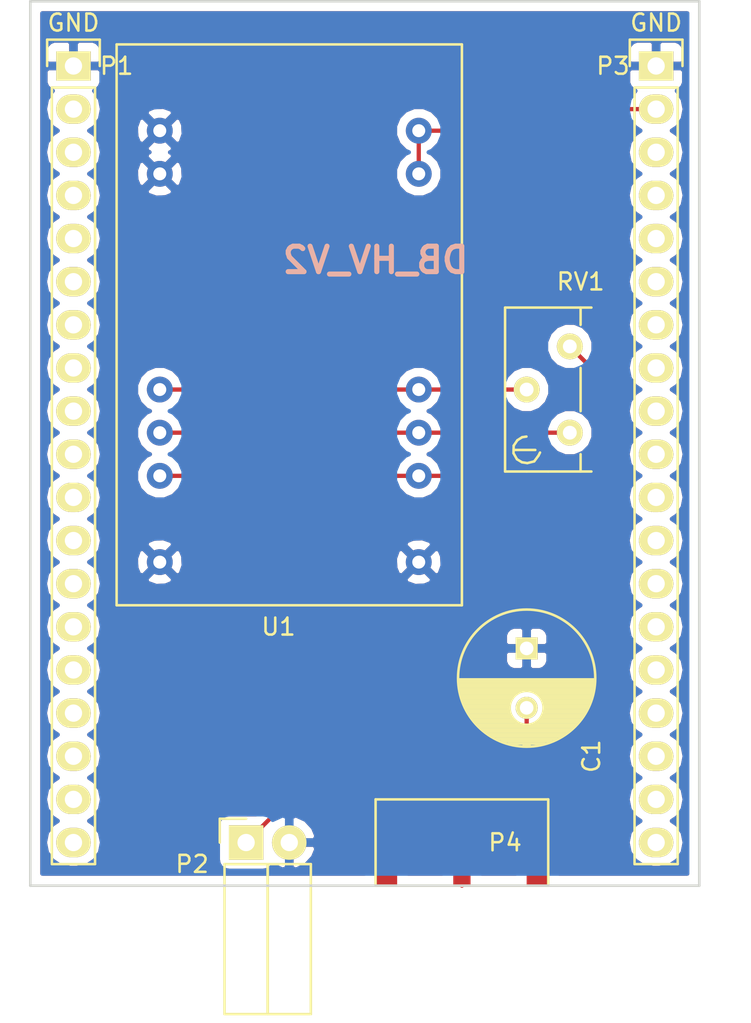
<source format=kicad_pcb>
(kicad_pcb (version 4) (host pcbnew 4.0.3+e1-6302~38~ubuntu16.04.1-stable)

  (general
    (links 20)
    (no_connects 0)
    (area 57.074999 50.724999 96.595001 102.945001)
    (thickness 1.6)
    (drawings 5)
    (tracks 24)
    (zones 0)
    (modules 7)
    (nets 6)
  )

  (page A4)
  (layers
    (0 F.Cu signal)
    (31 B.Cu signal)
    (32 B.Adhes user)
    (33 F.Adhes user)
    (34 B.Paste user)
    (35 F.Paste user)
    (36 B.SilkS user)
    (37 F.SilkS user)
    (38 B.Mask user)
    (39 F.Mask user)
    (40 Dwgs.User user)
    (41 Cmts.User user)
    (42 Eco1.User user)
    (43 Eco2.User user)
    (44 Edge.Cuts user)
    (45 Margin user)
    (46 B.CrtYd user)
    (47 F.CrtYd user)
    (48 B.Fab user)
    (49 F.Fab user)
  )

  (setup
    (last_trace_width 0.25)
    (trace_clearance 0.2)
    (zone_clearance 0.508)
    (zone_45_only no)
    (trace_min 0.2)
    (segment_width 0.2)
    (edge_width 0.15)
    (via_size 0.6)
    (via_drill 0.4)
    (via_min_size 0.4)
    (via_min_drill 0.3)
    (uvia_size 0.3)
    (uvia_drill 0.1)
    (uvias_allowed no)
    (uvia_min_size 0.2)
    (uvia_min_drill 0.1)
    (pcb_text_width 0.3)
    (pcb_text_size 1.5 1.5)
    (mod_edge_width 0.15)
    (mod_text_size 1 1)
    (mod_text_width 0.15)
    (pad_size 1.524 1.524)
    (pad_drill 0.762)
    (pad_to_mask_clearance 0.2)
    (aux_axis_origin 0 0)
    (visible_elements 7FFFFFFF)
    (pcbplotparams
      (layerselection 0x000f0_80000001)
      (usegerberextensions false)
      (excludeedgelayer true)
      (linewidth 0.100000)
      (plotframeref false)
      (viasonmask false)
      (mode 1)
      (useauxorigin false)
      (hpglpennumber 1)
      (hpglpenspeed 20)
      (hpglpendiameter 15)
      (hpglpenoverlay 2)
      (psnegative false)
      (psa4output false)
      (plotreference true)
      (plotvalue true)
      (plotinvisibletext false)
      (padsonsilk false)
      (subtractmaskfromsilk false)
      (outputformat 1)
      (mirror false)
      (drillshape 0)
      (scaleselection 1)
      (outputdirectory gerber/))
  )

  (net 0 "")
  (net 1 GND)
  (net 2 "Net-(P3-Pad2)")
  (net 3 "Net-(RV1-Pad2)")
  (net 4 "Net-(RV1-Pad1)")
  (net 5 "Net-(C1-Pad2)")

  (net_class Default "This is the default net class."
    (clearance 0.2)
    (trace_width 0.25)
    (via_dia 0.6)
    (via_drill 0.4)
    (uvia_dia 0.3)
    (uvia_drill 0.1)
    (add_net GND)
    (add_net "Net-(C1-Pad2)")
    (add_net "Net-(P3-Pad2)")
    (add_net "Net-(RV1-Pad1)")
    (add_net "Net-(RV1-Pad2)")
  )

  (module Socket_Strips:Socket_Strip_Angled_1x02 placed (layer F.Cu) (tedit 57B5687B) (tstamp 57B2E5AC)
    (at 69.85 100.33)
    (descr "Through hole socket strip")
    (tags "socket strip")
    (path /57A87C25)
    (fp_text reference P2 (at -3.175 1.27) (layer F.SilkS)
      (effects (font (size 1 1) (thickness 0.15)))
    )
    (fp_text value CONN_01X02 (at 0 -2.75) (layer F.Fab)
      (effects (font (size 1 1) (thickness 0.15)))
    )
    (fp_line (start -1.75 -1.5) (end -1.75 10.6) (layer F.CrtYd) (width 0.05))
    (fp_line (start 4.3 -1.5) (end 4.3 10.6) (layer F.CrtYd) (width 0.05))
    (fp_line (start -1.75 -1.5) (end 4.3 -1.5) (layer F.CrtYd) (width 0.05))
    (fp_line (start -1.75 10.6) (end 4.3 10.6) (layer F.CrtYd) (width 0.05))
    (fp_line (start 3.81 10.1) (end 3.81 1.27) (layer F.SilkS) (width 0.15))
    (fp_line (start 1.27 10.1) (end 3.81 10.1) (layer F.SilkS) (width 0.15))
    (fp_line (start 1.27 1.27) (end 1.27 10.1) (layer F.SilkS) (width 0.15))
    (fp_line (start 1.27 1.27) (end 3.81 1.27) (layer F.SilkS) (width 0.15))
    (fp_line (start -1.27 1.27) (end 1.27 1.27) (layer F.SilkS) (width 0.15))
    (fp_line (start 0 -1.4) (end -1.55 -1.4) (layer F.SilkS) (width 0.15))
    (fp_line (start -1.55 -1.4) (end -1.55 0) (layer F.SilkS) (width 0.15))
    (fp_line (start -1.27 1.27) (end -1.27 10.1) (layer F.SilkS) (width 0.15))
    (fp_line (start -1.27 10.1) (end 1.27 10.1) (layer F.SilkS) (width 0.15))
    (fp_line (start 1.27 10.1) (end 1.27 1.27) (layer F.SilkS) (width 0.15))
    (pad 1 thru_hole rect (at 0 0) (size 2.032 2.032) (drill 1.016) (layers *.Cu *.Mask F.SilkS)
      (net 5 "Net-(C1-Pad2)"))
    (pad 2 thru_hole oval (at 2.54 0) (size 2.032 2.032) (drill 1.016) (layers *.Cu *.Mask F.SilkS)
      (net 1 GND))
    (model Socket_Strips.3dshapes/Socket_Strip_Angled_1x02.wrl
      (at (xyz 0.05 0 0))
      (scale (xyz 1 1 1))
      (rotate (xyz 0 0 180))
    )
  )

  (module Potentiometers:Potentiometer_Bourns_3296Y_3-8Zoll_Angular_ScrewUp placed (layer F.Cu) (tedit 57B56887) (tstamp 57B2E5D2)
    (at 88.9 76.2)
    (descr "3296, 3/8, Square, Trimpot, Trimming, Potentiometer, Bourns")
    (tags "3296, 3/8, Square, Trimpot, Trimming, Potentiometer, Bourns")
    (path /57A30924)
    (fp_text reference RV1 (at 0.635 -8.89) (layer F.SilkS)
      (effects (font (size 1 1) (thickness 0.15)))
    )
    (fp_text value POT (at 0 5.08) (layer F.Fab)
      (effects (font (size 1 1) (thickness 0.15)))
    )
    (fp_line (start 0.635 1.27) (end 0.635 2.286) (layer F.SilkS) (width 0.15))
    (fp_line (start 0.635 -3.81) (end 0.635 -1.27) (layer F.SilkS) (width 0.15))
    (fp_line (start 0.635 -7.366) (end 0.635 -6.35) (layer F.SilkS) (width 0.15))
    (fp_line (start -3.302 1.016) (end -2.032 1.016) (layer F.SilkS) (width 0.15))
    (fp_line (start -2.5527 0.2286) (end -2.8067 0.2667) (layer F.SilkS) (width 0.15))
    (fp_line (start -2.8067 0.2667) (end -3.0861 0.4445) (layer F.SilkS) (width 0.15))
    (fp_line (start -3.0861 0.4445) (end -3.302 0.762) (layer F.SilkS) (width 0.15))
    (fp_line (start -3.302 0.762) (end -3.3147 1.2065) (layer F.SilkS) (width 0.15))
    (fp_line (start -3.3147 1.2065) (end -3.1115 1.5621) (layer F.SilkS) (width 0.15))
    (fp_line (start -3.1115 1.5621) (end -2.8194 1.7399) (layer F.SilkS) (width 0.15))
    (fp_line (start -2.8194 1.7399) (end -2.5019 1.7907) (layer F.SilkS) (width 0.15))
    (fp_line (start -2.5019 1.7907) (end -2.0955 1.6891) (layer F.SilkS) (width 0.15))
    (fp_line (start -2.0955 1.6891) (end -1.8415 1.3462) (layer F.SilkS) (width 0.15))
    (fp_line (start -1.8415 1.3462) (end -1.7526 1.1684) (layer F.SilkS) (width 0.15))
    (fp_line (start -2.54 2.286) (end -3.81 2.286) (layer F.SilkS) (width 0.15))
    (fp_line (start -3.81 2.286) (end -3.81 -7.366) (layer F.SilkS) (width 0.15))
    (fp_line (start -3.81 -7.366) (end 1.27 -7.366) (layer F.SilkS) (width 0.15))
    (fp_line (start 1.27 2.286) (end -1.27 2.286) (layer F.SilkS) (width 0.15))
    (fp_line (start -1.27 2.286) (end -2.54 2.286) (layer F.SilkS) (width 0.15))
    (pad 2 thru_hole circle (at -2.54 -2.54) (size 1.524 1.524) (drill 0.8128) (layers *.Cu *.Mask F.SilkS)
      (net 3 "Net-(RV1-Pad2)"))
    (pad 3 thru_hole circle (at 0 -5.08) (size 1.524 1.524) (drill 0.8128) (layers *.Cu *.Mask F.SilkS)
      (net 5 "Net-(C1-Pad2)"))
    (pad 1 thru_hole circle (at 0 0) (size 1.524 1.524) (drill 0.8128) (layers *.Cu *.Mask F.SilkS)
      (net 4 "Net-(RV1-Pad1)"))
    (model Potentiometers.3dshapes/Potentiometer_Bourns_3296Y_3-8Zoll_Angular_ScrewUp.wrl
      (at (xyz 0 0 0))
      (scale (xyz 1 1 1))
      (rotate (xyz 0 0 0))
    )
  )

  (module echopen:RECOM (layer F.Cu) (tedit 57B56881) (tstamp 57B2E5E2)
    (at 72.39 68.58)
    (path /57A30696)
    (fp_text reference U1 (at -0.635 19.05) (layer F.SilkS)
      (effects (font (size 1 1) (thickness 0.15)))
    )
    (fp_text value R05-100B (at 0 -0.5) (layer F.Fab)
      (effects (font (size 1 1) (thickness 0.15)))
    )
    (fp_line (start -10.16 -15.24) (end 10.16 -15.24) (layer F.SilkS) (width 0.15))
    (fp_line (start 10.16 -15.24) (end 10.16 17.78) (layer F.SilkS) (width 0.15))
    (fp_line (start 10.16 17.78) (end -10.16 17.78) (layer F.SilkS) (width 0.15))
    (fp_line (start -10.16 17.78) (end -10.16 -15.24) (layer F.SilkS) (width 0.15))
    (pad 2 thru_hole circle (at -7.62 -10.16) (size 1.524 1.524) (drill 0.762) (layers *.Cu *.Mask)
      (net 1 GND))
    (pad 3 thru_hole circle (at -7.62 -7.62) (size 1.524 1.524) (drill 0.762) (layers *.Cu *.Mask)
      (net 1 GND))
    (pad 8 thru_hole circle (at -7.62 5.08) (size 1.524 1.524) (drill 0.762) (layers *.Cu *.Mask)
      (net 3 "Net-(RV1-Pad2)"))
    (pad 9 thru_hole circle (at -7.62 7.62) (size 1.524 1.524) (drill 0.762) (layers *.Cu *.Mask)
      (net 4 "Net-(RV1-Pad1)"))
    (pad 10 thru_hole circle (at -7.62 10.16) (size 1.524 1.524) (drill 0.762) (layers *.Cu *.Mask)
      (net 5 "Net-(C1-Pad2)"))
    (pad 12 thru_hole circle (at -7.62 15.24) (size 1.524 1.524) (drill 0.762) (layers *.Cu *.Mask)
      (net 1 GND))
    (pad 13 thru_hole circle (at 7.62 15.24) (size 1.524 1.524) (drill 0.762) (layers *.Cu *.Mask)
      (net 1 GND))
    (pad 15 thru_hole circle (at 7.62 10.16) (size 1.524 1.524) (drill 0.762) (layers *.Cu *.Mask)
      (net 5 "Net-(C1-Pad2)"))
    (pad 16 thru_hole circle (at 7.62 7.62) (size 1.524 1.524) (drill 0.762) (layers *.Cu *.Mask)
      (net 4 "Net-(RV1-Pad1)"))
    (pad 17 thru_hole circle (at 7.62 5.08) (size 1.524 1.524) (drill 0.762) (layers *.Cu *.Mask)
      (net 3 "Net-(RV1-Pad2)"))
    (pad 22 thru_hole circle (at 7.62 -7.62) (size 1.524 1.524) (drill 0.762) (layers *.Cu *.Mask)
      (net 2 "Net-(P3-Pad2)"))
    (pad 23 thru_hole circle (at 7.62 -10.16) (size 1.524 1.524) (drill 0.762) (layers *.Cu *.Mask)
      (net 2 "Net-(P3-Pad2)"))
  )

  (module Echopen:SMA (layer F.Cu) (tedit 57B6CD4E) (tstamp 57B2E5CB)
    (at 82.55 100.33)
    (path /57A87B90)
    (fp_text reference P4 (at 2.54 0) (layer F.SilkS)
      (effects (font (size 1 1) (thickness 0.15)))
    )
    (fp_text value SMA (at -2.54 0) (layer F.Fab)
      (effects (font (size 1 1) (thickness 0.15)))
    )
    (fp_line (start -5.08 -2.54) (end 5.08 -2.54) (layer F.SilkS) (width 0.15))
    (fp_line (start 5.08 -2.54) (end 5.08 2.54) (layer F.SilkS) (width 0.15))
    (fp_line (start 5.08 2.54) (end -5.08 2.54) (layer F.SilkS) (width 0.15))
    (fp_line (start -5.08 2.54) (end -5.08 -2.54) (layer F.SilkS) (width 0.15))
    (pad 2 smd rect (at -5.08 0) (size 1.27 5.08) (drill (offset 0.635 0)) (layers *.Paste *.Mask F.Cu)
      (net 1 GND))
    (pad 2 smd rect (at 5.08 0) (size 1.27 5.08) (drill (offset -0.635 0)) (layers *.Paste *.Mask F.Cu)
      (net 1 GND))
    (pad 1 smd rect (at 0 0) (size 1.016 5.08) (layers F.Cu F.Paste F.Mask)
      (net 5 "Net-(C1-Pad2)"))
    (model ../../../../../home/echopen/Bureau/GitHub/electronic/kicad/Librairy/3d/sma_90_r300.124.403.wrl
      (at (xyz 0 -0.15 0))
      (scale (xyz 0.9 0.9 0.9))
      (rotate (xyz 0 0 0))
    )
  )

  (module Echopen:Header_pin_1x19 (layer F.Cu) (tedit 57BC816B) (tstamp 57B2E5A6)
    (at 59.69 77.47)
    (descr "Through hole socket strip")
    (tags "socket strip")
    (path /57A84D1F)
    (fp_text reference P1 (at 2.54 -22.86) (layer F.SilkS)
      (effects (font (size 1 1) (thickness 0.15)))
    )
    (fp_text value CONN_01X19 (at 0.635 26.035) (layer F.Fab)
      (effects (font (size 1 1) (thickness 0.15)))
    )
    (fp_text user GND (at 0 -25.4) (layer F.SilkS)
      (effects (font (size 1 1) (thickness 0.15)))
    )
    (fp_line (start 1.75 -24.61) (end -1.75 -24.61) (layer F.CrtYd) (width 0.05))
    (fp_line (start 1.75 24.64) (end -1.75 24.64) (layer F.CrtYd) (width 0.05))
    (fp_line (start 1.75 -24.61) (end 1.75 24.64) (layer F.CrtYd) (width 0.05))
    (fp_line (start -1.75 -24.61) (end -1.75 24.64) (layer F.CrtYd) (width 0.05))
    (fp_line (start -1.27 -21.59) (end -1.27 24.13) (layer F.SilkS) (width 0.15))
    (fp_line (start -1.27 24.13) (end 1.27 24.13) (layer F.SilkS) (width 0.15))
    (fp_line (start 1.27 24.13) (end 1.27 -21.59) (layer F.SilkS) (width 0.15))
    (fp_line (start -1.55 -24.41) (end -1.55 -22.86) (layer F.SilkS) (width 0.15))
    (fp_line (start -1.27 -21.59) (end 1.27 -21.59) (layer F.SilkS) (width 0.15))
    (fp_line (start 1.55 -22.86) (end 1.55 -24.41) (layer F.SilkS) (width 0.15))
    (fp_line (start 1.55 -24.41) (end -1.55 -24.41) (layer F.SilkS) (width 0.15))
    (pad 1 thru_hole rect (at 0 -22.86 270) (size 1.7272 2.032) (drill 1.016) (layers *.Cu *.Mask F.SilkS)
      (net 1 GND))
    (pad 2 thru_hole oval (at 0 -20.32 270) (size 1.7272 2.032) (drill 1.016) (layers *.Cu *.Mask F.SilkS))
    (pad 3 thru_hole oval (at 0 -17.78 270) (size 1.7272 2.032) (drill 1.016) (layers *.Cu *.Mask F.SilkS))
    (pad 4 thru_hole oval (at 0 -15.24 270) (size 1.7272 2.032) (drill 1.016) (layers *.Cu *.Mask F.SilkS))
    (pad 5 thru_hole oval (at 0 -12.7 270) (size 1.7272 2.032) (drill 1.016) (layers *.Cu *.Mask F.SilkS))
    (pad 6 thru_hole oval (at 0 -10.16 270) (size 1.7272 2.032) (drill 1.016) (layers *.Cu *.Mask F.SilkS))
    (pad 7 thru_hole oval (at 0 -7.62 270) (size 1.7272 2.032) (drill 1.016) (layers *.Cu *.Mask F.SilkS))
    (pad 8 thru_hole oval (at 0 -5.08 270) (size 1.7272 2.032) (drill 1.016) (layers *.Cu *.Mask F.SilkS))
    (pad 9 thru_hole oval (at 0 -2.54 270) (size 1.7272 2.032) (drill 1.016) (layers *.Cu *.Mask F.SilkS))
    (pad 10 thru_hole oval (at 0 0 270) (size 1.7272 2.032) (drill 1.016) (layers *.Cu *.Mask F.SilkS))
    (pad 11 thru_hole oval (at 0 2.54 270) (size 1.7272 2.032) (drill 1.016) (layers *.Cu *.Mask F.SilkS))
    (pad 12 thru_hole oval (at 0 5.08 270) (size 1.7272 2.032) (drill 1.016) (layers *.Cu *.Mask F.SilkS))
    (pad 13 thru_hole oval (at 0 7.62 270) (size 1.7272 2.032) (drill 1.016) (layers *.Cu *.Mask F.SilkS))
    (pad 14 thru_hole oval (at 0 10.16 270) (size 1.7272 2.032) (drill 1.016) (layers *.Cu *.Mask F.SilkS))
    (pad 15 thru_hole oval (at 0 12.7 270) (size 1.7272 2.032) (drill 1.016) (layers *.Cu *.Mask F.SilkS))
    (pad 16 thru_hole oval (at 0 15.24 270) (size 1.7272 2.032) (drill 1.016) (layers *.Cu *.Mask F.SilkS))
    (pad 17 thru_hole oval (at 0 17.78 270) (size 1.7272 2.032) (drill 1.016) (layers *.Cu *.Mask F.SilkS))
    (pad 18 thru_hole oval (at 0 20.32 270) (size 1.7272 2.032) (drill 1.016) (layers *.Cu *.Mask F.SilkS))
    (pad 19 thru_hole oval (at 0 22.86 270) (size 1.7272 2.032) (drill 1.016) (layers *.Cu *.Mask F.SilkS))
    (model Pin_Headers.3dshapes/Pin_Header_Straight_1x19.wrl
      (at (xyz 0 0 -0.05))
      (scale (xyz 1 1 1))
      (rotate (xyz 0 180 90))
    )
  )

  (module Echopen:Header_pin_1x19 (layer F.Cu) (tedit 57BC8171) (tstamp 57B2E5C3)
    (at 93.98 77.47)
    (descr "Through hole socket strip")
    (tags "socket strip")
    (path /57A84F58)
    (fp_text reference P3 (at -2.54 -22.86) (layer F.SilkS)
      (effects (font (size 1 1) (thickness 0.15)))
    )
    (fp_text value CONN_01X19 (at 0.635 26.035) (layer F.Fab)
      (effects (font (size 1 1) (thickness 0.15)))
    )
    (fp_text user GND (at 0 -25.4) (layer F.SilkS)
      (effects (font (size 1 1) (thickness 0.15)))
    )
    (fp_line (start 1.75 -24.61) (end -1.75 -24.61) (layer F.CrtYd) (width 0.05))
    (fp_line (start 1.75 24.64) (end -1.75 24.64) (layer F.CrtYd) (width 0.05))
    (fp_line (start 1.75 -24.61) (end 1.75 24.64) (layer F.CrtYd) (width 0.05))
    (fp_line (start -1.75 -24.61) (end -1.75 24.64) (layer F.CrtYd) (width 0.05))
    (fp_line (start -1.27 -21.59) (end -1.27 24.13) (layer F.SilkS) (width 0.15))
    (fp_line (start -1.27 24.13) (end 1.27 24.13) (layer F.SilkS) (width 0.15))
    (fp_line (start 1.27 24.13) (end 1.27 -21.59) (layer F.SilkS) (width 0.15))
    (fp_line (start -1.55 -24.41) (end -1.55 -22.86) (layer F.SilkS) (width 0.15))
    (fp_line (start -1.27 -21.59) (end 1.27 -21.59) (layer F.SilkS) (width 0.15))
    (fp_line (start 1.55 -22.86) (end 1.55 -24.41) (layer F.SilkS) (width 0.15))
    (fp_line (start 1.55 -24.41) (end -1.55 -24.41) (layer F.SilkS) (width 0.15))
    (pad 1 thru_hole rect (at 0 -22.86 270) (size 1.7272 2.032) (drill 1.016) (layers *.Cu *.Mask F.SilkS)
      (net 1 GND))
    (pad 2 thru_hole oval (at 0 -20.32 270) (size 1.7272 2.032) (drill 1.016) (layers *.Cu *.Mask F.SilkS)
      (net 2 "Net-(P3-Pad2)"))
    (pad 3 thru_hole oval (at 0 -17.78 270) (size 1.7272 2.032) (drill 1.016) (layers *.Cu *.Mask F.SilkS))
    (pad 4 thru_hole oval (at 0 -15.24 270) (size 1.7272 2.032) (drill 1.016) (layers *.Cu *.Mask F.SilkS))
    (pad 5 thru_hole oval (at 0 -12.7 270) (size 1.7272 2.032) (drill 1.016) (layers *.Cu *.Mask F.SilkS))
    (pad 6 thru_hole oval (at 0 -10.16 270) (size 1.7272 2.032) (drill 1.016) (layers *.Cu *.Mask F.SilkS))
    (pad 7 thru_hole oval (at 0 -7.62 270) (size 1.7272 2.032) (drill 1.016) (layers *.Cu *.Mask F.SilkS))
    (pad 8 thru_hole oval (at 0 -5.08 270) (size 1.7272 2.032) (drill 1.016) (layers *.Cu *.Mask F.SilkS))
    (pad 9 thru_hole oval (at 0 -2.54 270) (size 1.7272 2.032) (drill 1.016) (layers *.Cu *.Mask F.SilkS))
    (pad 10 thru_hole oval (at 0 0 270) (size 1.7272 2.032) (drill 1.016) (layers *.Cu *.Mask F.SilkS))
    (pad 11 thru_hole oval (at 0 2.54 270) (size 1.7272 2.032) (drill 1.016) (layers *.Cu *.Mask F.SilkS))
    (pad 12 thru_hole oval (at 0 5.08 270) (size 1.7272 2.032) (drill 1.016) (layers *.Cu *.Mask F.SilkS))
    (pad 13 thru_hole oval (at 0 7.62 270) (size 1.7272 2.032) (drill 1.016) (layers *.Cu *.Mask F.SilkS))
    (pad 14 thru_hole oval (at 0 10.16 270) (size 1.7272 2.032) (drill 1.016) (layers *.Cu *.Mask F.SilkS))
    (pad 15 thru_hole oval (at 0 12.7 270) (size 1.7272 2.032) (drill 1.016) (layers *.Cu *.Mask F.SilkS))
    (pad 16 thru_hole oval (at 0 15.24 270) (size 1.7272 2.032) (drill 1.016) (layers *.Cu *.Mask F.SilkS))
    (pad 17 thru_hole oval (at 0 17.78 270) (size 1.7272 2.032) (drill 1.016) (layers *.Cu *.Mask F.SilkS))
    (pad 18 thru_hole oval (at 0 20.32 270) (size 1.7272 2.032) (drill 1.016) (layers *.Cu *.Mask F.SilkS))
    (pad 19 thru_hole oval (at 0 22.86 270) (size 1.7272 2.032) (drill 1.016) (layers *.Cu *.Mask F.SilkS))
    (model Pin_Headers.3dshapes/Pin_Header_Straight_1x19.wrl
      (at (xyz 0 0 -0.05))
      (scale (xyz 1 1 1))
      (rotate (xyz 0 180 90))
    )
  )

  (module Echopen:CP_TH_common (layer F.Cu) (tedit 57B58060) (tstamp 57C0590F)
    (at 86.36 88.9 270)
    (descr "Radial Electrolytic Capacitor Diameter 8mm x Length 11.5mm, Pitch 3.5mm")
    (tags "Electrolytic Capacitor")
    (path /57C05B74)
    (fp_text reference C1 (at 6.35 -3.81 270) (layer F.SilkS)
      (effects (font (size 1 1) (thickness 0.15)))
    )
    (fp_text value "4,7u (150V)" (at 1.27 1.905 270) (layer F.Fab)
      (effects (font (size 1 1) (thickness 0.15)))
    )
    (fp_line (start 1.825 -3.999) (end 1.825 3.999) (layer F.SilkS) (width 0.15))
    (fp_line (start 1.965 -3.994) (end 1.965 3.994) (layer F.SilkS) (width 0.15))
    (fp_line (start 2.105 -3.984) (end 2.105 3.984) (layer F.SilkS) (width 0.15))
    (fp_line (start 2.245 -3.969) (end 2.245 3.969) (layer F.SilkS) (width 0.15))
    (fp_line (start 2.385 -3.949) (end 2.385 3.949) (layer F.SilkS) (width 0.15))
    (fp_line (start 2.525 -3.924) (end 2.525 -0.222) (layer F.SilkS) (width 0.15))
    (fp_line (start 2.525 0.222) (end 2.525 3.924) (layer F.SilkS) (width 0.15))
    (fp_line (start 2.665 -3.894) (end 2.665 -0.55) (layer F.SilkS) (width 0.15))
    (fp_line (start 2.665 0.55) (end 2.665 3.894) (layer F.SilkS) (width 0.15))
    (fp_line (start 2.805 -3.858) (end 2.805 -0.719) (layer F.SilkS) (width 0.15))
    (fp_line (start 2.805 0.719) (end 2.805 3.858) (layer F.SilkS) (width 0.15))
    (fp_line (start 2.945 -3.817) (end 2.945 -0.832) (layer F.SilkS) (width 0.15))
    (fp_line (start 2.945 0.832) (end 2.945 3.817) (layer F.SilkS) (width 0.15))
    (fp_line (start 3.085 -3.771) (end 3.085 -0.91) (layer F.SilkS) (width 0.15))
    (fp_line (start 3.085 0.91) (end 3.085 3.771) (layer F.SilkS) (width 0.15))
    (fp_line (start 3.225 -3.718) (end 3.225 -0.961) (layer F.SilkS) (width 0.15))
    (fp_line (start 3.225 0.961) (end 3.225 3.718) (layer F.SilkS) (width 0.15))
    (fp_line (start 3.365 -3.659) (end 3.365 -0.991) (layer F.SilkS) (width 0.15))
    (fp_line (start 3.365 0.991) (end 3.365 3.659) (layer F.SilkS) (width 0.15))
    (fp_line (start 3.505 -3.594) (end 3.505 -1) (layer F.SilkS) (width 0.15))
    (fp_line (start 3.505 1) (end 3.505 3.594) (layer F.SilkS) (width 0.15))
    (fp_line (start 3.645 -3.523) (end 3.645 -0.989) (layer F.SilkS) (width 0.15))
    (fp_line (start 3.645 0.989) (end 3.645 3.523) (layer F.SilkS) (width 0.15))
    (fp_line (start 3.785 -3.444) (end 3.785 -0.959) (layer F.SilkS) (width 0.15))
    (fp_line (start 3.785 0.959) (end 3.785 3.444) (layer F.SilkS) (width 0.15))
    (fp_line (start 3.925 -3.357) (end 3.925 -0.905) (layer F.SilkS) (width 0.15))
    (fp_line (start 3.925 0.905) (end 3.925 3.357) (layer F.SilkS) (width 0.15))
    (fp_line (start 4.065 -3.262) (end 4.065 -0.825) (layer F.SilkS) (width 0.15))
    (fp_line (start 4.065 0.825) (end 4.065 3.262) (layer F.SilkS) (width 0.15))
    (fp_line (start 4.205 -3.158) (end 4.205 -0.709) (layer F.SilkS) (width 0.15))
    (fp_line (start 4.205 0.709) (end 4.205 3.158) (layer F.SilkS) (width 0.15))
    (fp_line (start 4.345 -3.044) (end 4.345 -0.535) (layer F.SilkS) (width 0.15))
    (fp_line (start 4.345 0.535) (end 4.345 3.044) (layer F.SilkS) (width 0.15))
    (fp_line (start 4.485 -2.919) (end 4.485 -0.173) (layer F.SilkS) (width 0.15))
    (fp_line (start 4.485 0.173) (end 4.485 2.919) (layer F.SilkS) (width 0.15))
    (fp_line (start 4.625 -2.781) (end 4.625 2.781) (layer F.SilkS) (width 0.15))
    (fp_line (start 4.765 -2.629) (end 4.765 2.629) (layer F.SilkS) (width 0.15))
    (fp_line (start 4.905 -2.459) (end 4.905 2.459) (layer F.SilkS) (width 0.15))
    (fp_line (start 5.045 -2.268) (end 5.045 2.268) (layer F.SilkS) (width 0.15))
    (fp_line (start 5.185 -2.05) (end 5.185 2.05) (layer F.SilkS) (width 0.15))
    (fp_line (start 5.325 -1.794) (end 5.325 1.794) (layer F.SilkS) (width 0.15))
    (fp_line (start 5.465 -1.483) (end 5.465 1.483) (layer F.SilkS) (width 0.15))
    (fp_line (start 5.605 -1.067) (end 5.605 1.067) (layer F.SilkS) (width 0.15))
    (fp_line (start 5.745 -0.2) (end 5.745 0.2) (layer F.SilkS) (width 0.15))
    (fp_circle (center 3.5 0) (end 3.5 -1) (layer F.SilkS) (width 0.15))
    (fp_circle (center 1.75 0) (end 1.75 -4.0375) (layer F.SilkS) (width 0.15))
    (fp_circle (center 1.75 0) (end 1.75 -4.3) (layer F.CrtYd) (width 0.05))
    (pad 2 thru_hole circle (at 3.5 0 270) (size 1.3 1.3) (drill 0.8) (layers *.Cu *.Mask F.SilkS)
      (net 5 "Net-(C1-Pad2)"))
    (pad 1 thru_hole rect (at 0 0 270) (size 1.3 1.3) (drill 0.8) (layers *.Cu *.Mask F.SilkS)
      (net 1 GND))
    (model Capacitors_ThroughHole.3dshapes/C_Radial_D8_L11.5_P3.5.wrl
      (at (xyz 0 0 0))
      (scale (xyz 1 1 1))
      (rotate (xyz 0 0 0))
    )
  )

  (gr_text DB_HV_V2 (at 77.47 66.04) (layer B.SilkS)
    (effects (font (size 1.5 1.5) (thickness 0.3)) (justify mirror))
  )
  (gr_line (start 96.52 50.8) (end 57.15 50.8) (angle 90) (layer Edge.Cuts) (width 0.15))
  (gr_line (start 96.52 102.87) (end 96.52 50.8) (angle 90) (layer Edge.Cuts) (width 0.15))
  (gr_line (start 57.15 102.87) (end 96.52 102.87) (angle 90) (layer Edge.Cuts) (width 0.15))
  (gr_line (start 57.15 50.8) (end 57.15 102.87) (angle 90) (layer Edge.Cuts) (width 0.15))

  (segment (start 80.01 58.42) (end 87.63 58.42) (width 0.25) (layer F.Cu) (net 2))
  (segment (start 88.9 57.15) (end 93.98 57.15) (width 0.25) (layer F.Cu) (net 2) (tstamp 57BB4290))
  (segment (start 87.63 58.42) (end 88.9 57.15) (width 0.25) (layer F.Cu) (net 2) (tstamp 57BB428E))
  (segment (start 80.01 60.96) (end 80.01 58.42) (width 0.25) (layer F.Cu) (net 2))
  (segment (start 80.01 73.66) (end 86.36 73.66) (width 0.25) (layer F.Cu) (net 3))
  (segment (start 64.77 73.66) (end 80.01 73.66) (width 0.25) (layer F.Cu) (net 3))
  (segment (start 80.01 76.2) (end 88.9 76.2) (width 0.25) (layer F.Cu) (net 4))
  (segment (start 64.77 76.2) (end 80.01 76.2) (width 0.25) (layer F.Cu) (net 4))
  (segment (start 82.55 100.33) (end 82.55 97.79) (width 0.25) (layer F.Cu) (net 5))
  (segment (start 82.55 97.79) (end 86.36 93.98) (width 0.25) (layer F.Cu) (net 5) (tstamp 57C05932))
  (segment (start 86.36 93.98) (end 86.36 92.4) (width 0.25) (layer F.Cu) (net 5) (tstamp 57C05936))
  (segment (start 76.2 96.52) (end 76.2 78.74) (width 0.25) (layer F.Cu) (net 5))
  (segment (start 69.85 100.33) (end 73.66 96.52) (width 0.25) (layer F.Cu) (net 5))
  (segment (start 81.28 96.52) (end 82.55 97.79) (width 0.25) (layer F.Cu) (net 5) (tstamp 57BB4295))
  (segment (start 76.2 96.52) (end 81.28 96.52) (width 0.25) (layer F.Cu) (net 5) (tstamp 57BB429A))
  (segment (start 73.66 96.52) (end 76.2 96.52) (width 0.25) (layer F.Cu) (net 5) (tstamp 57BB4294))
  (segment (start 82.55 102.87) (end 82.55 100.33) (width 0.25) (layer F.Cu) (net 5) (tstamp 57B2F383) (status 30))
  (segment (start 88.9 71.12) (end 91.44 73.66) (width 0.25) (layer F.Cu) (net 5))
  (segment (start 82.55 78.74) (end 80.01 78.74) (width 0.25) (layer F.Cu) (net 5) (tstamp 57B2F35E))
  (segment (start 83.82 80.01) (end 82.55 78.74) (width 0.25) (layer F.Cu) (net 5) (tstamp 57B2F35D))
  (segment (start 91.44 80.01) (end 83.82 80.01) (width 0.25) (layer F.Cu) (net 5) (tstamp 57B2F35C))
  (segment (start 91.44 73.66) (end 91.44 80.01) (width 0.25) (layer F.Cu) (net 5) (tstamp 57B2F35B))
  (segment (start 64.77 78.74) (end 76.2 78.74) (width 0.25) (layer F.Cu) (net 5))
  (segment (start 76.2 78.74) (end 80.01 78.74) (width 0.25) (layer F.Cu) (net 5) (tstamp 57BB429E))

  (zone (net 1) (net_name GND) (layer F.Cu) (tstamp 57BB428A) (hatch edge 0.508)
    (connect_pads (clearance 0.508))
    (min_thickness 0.254)
    (fill yes (arc_segments 16) (thermal_gap 0.508) (thermal_bridge_width 0.508))
    (polygon
      (pts
        (xy 96.52 102.87) (xy 57.15 102.87) (xy 57.15 50.8) (xy 96.52 50.8)
      )
    )
    (filled_polygon
      (pts
        (xy 95.81 102.16) (xy 88.265 102.16) (xy 88.265 100.61575) (xy 88.10625 100.457) (xy 87.122 100.457)
        (xy 87.122 100.477) (xy 86.868 100.477) (xy 86.868 100.457) (xy 85.88375 100.457) (xy 85.725 100.61575)
        (xy 85.725 102.16) (xy 83.70544 102.16) (xy 83.70544 97.79) (xy 83.69267 97.722132) (xy 83.751112 97.66369)
        (xy 85.725 97.66369) (xy 85.725 100.04425) (xy 85.88375 100.203) (xy 86.868 100.203) (xy 86.868 97.31375)
        (xy 87.122 97.31375) (xy 87.122 100.203) (xy 88.10625 100.203) (xy 88.265 100.04425) (xy 88.265 97.66369)
        (xy 88.168327 97.430301) (xy 87.989698 97.251673) (xy 87.756309 97.155) (xy 87.28075 97.155) (xy 87.122 97.31375)
        (xy 86.868 97.31375) (xy 86.70925 97.155) (xy 86.233691 97.155) (xy 86.000302 97.251673) (xy 85.821673 97.430301)
        (xy 85.725 97.66369) (xy 83.751112 97.66369) (xy 86.897401 94.517401) (xy 87.062148 94.270839) (xy 87.12 93.98)
        (xy 87.12 93.457006) (xy 87.448735 93.128845) (xy 87.644777 92.656724) (xy 87.645223 92.145519) (xy 87.450005 91.673057)
        (xy 87.088845 91.311265) (xy 86.616724 91.115223) (xy 86.105519 91.114777) (xy 85.633057 91.309995) (xy 85.271265 91.671155)
        (xy 85.075223 92.143276) (xy 85.074777 92.654481) (xy 85.269995 93.126943) (xy 85.6 93.457525) (xy 85.6 93.665198)
        (xy 82.55 96.715198) (xy 81.817401 95.982599) (xy 81.570839 95.817852) (xy 81.28 95.76) (xy 76.96 95.76)
        (xy 76.96 89.18575) (xy 85.075 89.18575) (xy 85.075 89.676309) (xy 85.171673 89.909698) (xy 85.350301 90.088327)
        (xy 85.58369 90.185) (xy 86.07425 90.185) (xy 86.233 90.02625) (xy 86.233 89.027) (xy 86.487 89.027)
        (xy 86.487 90.02625) (xy 86.64575 90.185) (xy 87.13631 90.185) (xy 87.369699 90.088327) (xy 87.548327 89.909698)
        (xy 87.645 89.676309) (xy 87.645 89.18575) (xy 87.48625 89.027) (xy 86.487 89.027) (xy 86.233 89.027)
        (xy 85.23375 89.027) (xy 85.075 89.18575) (xy 76.96 89.18575) (xy 76.96 88.123691) (xy 85.075 88.123691)
        (xy 85.075 88.61425) (xy 85.23375 88.773) (xy 86.233 88.773) (xy 86.233 87.77375) (xy 86.487 87.77375)
        (xy 86.487 88.773) (xy 87.48625 88.773) (xy 87.645 88.61425) (xy 87.645 88.123691) (xy 87.548327 87.890302)
        (xy 87.369699 87.711673) (xy 87.13631 87.615) (xy 86.64575 87.615) (xy 86.487 87.77375) (xy 86.233 87.77375)
        (xy 86.07425 87.615) (xy 85.58369 87.615) (xy 85.350301 87.711673) (xy 85.171673 87.890302) (xy 85.075 88.123691)
        (xy 76.96 88.123691) (xy 76.96 84.800213) (xy 79.209392 84.800213) (xy 79.278857 85.042397) (xy 79.802302 85.229144)
        (xy 80.357368 85.201362) (xy 80.741143 85.042397) (xy 80.810608 84.800213) (xy 80.01 83.999605) (xy 79.209392 84.800213)
        (xy 76.96 84.800213) (xy 76.96 83.612302) (xy 78.600856 83.612302) (xy 78.628638 84.167368) (xy 78.787603 84.551143)
        (xy 79.029787 84.620608) (xy 79.830395 83.82) (xy 80.189605 83.82) (xy 80.990213 84.620608) (xy 81.232397 84.551143)
        (xy 81.419144 84.027698) (xy 81.391362 83.472632) (xy 81.232397 83.088857) (xy 80.990213 83.019392) (xy 80.189605 83.82)
        (xy 79.830395 83.82) (xy 79.029787 83.019392) (xy 78.787603 83.088857) (xy 78.600856 83.612302) (xy 76.96 83.612302)
        (xy 76.96 82.839787) (xy 79.209392 82.839787) (xy 80.01 83.640395) (xy 80.810608 82.839787) (xy 80.741143 82.597603)
        (xy 80.217698 82.410856) (xy 79.662632 82.438638) (xy 79.278857 82.597603) (xy 79.209392 82.839787) (xy 76.96 82.839787)
        (xy 76.96 79.5) (xy 78.812469 79.5) (xy 78.82499 79.530303) (xy 79.21763 79.923629) (xy 79.7309 80.136757)
        (xy 80.286661 80.137242) (xy 80.800303 79.92501) (xy 81.193629 79.53237) (xy 81.20707 79.5) (xy 82.235198 79.5)
        (xy 83.282599 80.547401) (xy 83.52916 80.712148) (xy 83.82 80.77) (xy 91.44 80.77) (xy 91.730839 80.712148)
        (xy 91.977401 80.547401) (xy 92.142148 80.300839) (xy 92.2 80.01) (xy 92.2 73.66) (xy 92.142148 73.369161)
        (xy 92.142148 73.36916) (xy 91.977401 73.122599) (xy 90.284183 71.429381) (xy 90.296757 71.3991) (xy 90.297242 70.843339)
        (xy 90.08501 70.329697) (xy 89.69237 69.936371) (xy 89.1791 69.723243) (xy 88.623339 69.722758) (xy 88.109697 69.93499)
        (xy 87.716371 70.32763) (xy 87.503243 70.8409) (xy 87.502758 71.396661) (xy 87.71499 71.910303) (xy 88.10763 72.303629)
        (xy 88.6209 72.516757) (xy 89.176661 72.517242) (xy 89.209055 72.503857) (xy 90.68 73.974802) (xy 90.68 79.25)
        (xy 84.134802 79.25) (xy 83.087401 78.202599) (xy 82.840839 78.037852) (xy 82.55 77.98) (xy 81.207531 77.98)
        (xy 81.19501 77.949697) (xy 80.80237 77.556371) (xy 80.594488 77.470051) (xy 80.800303 77.38501) (xy 81.193629 76.99237)
        (xy 81.20707 76.96) (xy 87.702469 76.96) (xy 87.71499 76.990303) (xy 88.10763 77.383629) (xy 88.6209 77.596757)
        (xy 89.176661 77.597242) (xy 89.690303 77.38501) (xy 90.083629 76.99237) (xy 90.296757 76.4791) (xy 90.297242 75.923339)
        (xy 90.08501 75.409697) (xy 89.69237 75.016371) (xy 89.1791 74.803243) (xy 88.623339 74.802758) (xy 88.109697 75.01499)
        (xy 87.716371 75.40763) (xy 87.70293 75.44) (xy 81.207531 75.44) (xy 81.19501 75.409697) (xy 80.80237 75.016371)
        (xy 80.594488 74.930051) (xy 80.800303 74.84501) (xy 81.193629 74.45237) (xy 81.20707 74.42) (xy 85.162469 74.42)
        (xy 85.17499 74.450303) (xy 85.56763 74.843629) (xy 86.0809 75.056757) (xy 86.636661 75.057242) (xy 87.150303 74.84501)
        (xy 87.543629 74.45237) (xy 87.756757 73.9391) (xy 87.757242 73.383339) (xy 87.54501 72.869697) (xy 87.15237 72.476371)
        (xy 86.6391 72.263243) (xy 86.083339 72.262758) (xy 85.569697 72.47499) (xy 85.176371 72.86763) (xy 85.16293 72.9)
        (xy 81.207531 72.9) (xy 81.19501 72.869697) (xy 80.80237 72.476371) (xy 80.2891 72.263243) (xy 79.733339 72.262758)
        (xy 79.219697 72.47499) (xy 78.826371 72.86763) (xy 78.81293 72.9) (xy 65.967531 72.9) (xy 65.95501 72.869697)
        (xy 65.56237 72.476371) (xy 65.0491 72.263243) (xy 64.493339 72.262758) (xy 63.979697 72.47499) (xy 63.586371 72.86763)
        (xy 63.373243 73.3809) (xy 63.372758 73.936661) (xy 63.58499 74.450303) (xy 63.97763 74.843629) (xy 64.185512 74.929949)
        (xy 63.979697 75.01499) (xy 63.586371 75.40763) (xy 63.373243 75.9209) (xy 63.372758 76.476661) (xy 63.58499 76.990303)
        (xy 63.97763 77.383629) (xy 64.185512 77.469949) (xy 63.979697 77.55499) (xy 63.586371 77.94763) (xy 63.373243 78.4609)
        (xy 63.372758 79.016661) (xy 63.58499 79.530303) (xy 63.97763 79.923629) (xy 64.4909 80.136757) (xy 65.046661 80.137242)
        (xy 65.560303 79.92501) (xy 65.953629 79.53237) (xy 65.96707 79.5) (xy 75.44 79.5) (xy 75.44 95.76)
        (xy 73.66 95.76) (xy 73.369161 95.817852) (xy 73.122599 95.982599) (xy 70.438638 98.66656) (xy 68.834 98.66656)
        (xy 68.598683 98.710838) (xy 68.382559 98.84991) (xy 68.237569 99.06211) (xy 68.18656 99.314) (xy 68.18656 101.346)
        (xy 68.230838 101.581317) (xy 68.36991 101.797441) (xy 68.58211 101.942431) (xy 68.834 101.99344) (xy 70.866 101.99344)
        (xy 71.101317 101.949162) (xy 71.317441 101.81009) (xy 71.417856 101.663128) (xy 71.421621 101.667188) (xy 72.007054 101.935983)
        (xy 72.263 101.817367) (xy 72.263 100.457) (xy 72.517 100.457) (xy 72.517 101.817367) (xy 72.772946 101.935983)
        (xy 73.358379 101.667188) (xy 73.796385 101.194818) (xy 73.995975 100.712944) (xy 73.876836 100.457) (xy 72.517 100.457)
        (xy 72.263 100.457) (xy 72.243 100.457) (xy 72.243 100.203) (xy 72.263 100.203) (xy 72.263 100.183)
        (xy 72.517 100.183) (xy 72.517 100.203) (xy 73.876836 100.203) (xy 73.995975 99.947056) (xy 73.796385 99.465182)
        (xy 73.358379 98.992812) (xy 72.772946 98.724017) (xy 72.517002 98.842632) (xy 72.517002 98.7378) (xy 73.974802 97.28)
        (xy 77.081975 97.28) (xy 76.931673 97.430301) (xy 76.835 97.66369) (xy 76.835 100.04425) (xy 76.99375 100.203)
        (xy 77.978 100.203) (xy 77.978 100.183) (xy 78.232 100.183) (xy 78.232 100.203) (xy 79.21625 100.203)
        (xy 79.375 100.04425) (xy 79.375 97.66369) (xy 79.278327 97.430301) (xy 79.128025 97.28) (xy 80.965198 97.28)
        (xy 81.40814 97.722942) (xy 81.39456 97.79) (xy 81.39456 102.16) (xy 79.375 102.16) (xy 79.375 100.61575)
        (xy 79.21625 100.457) (xy 78.232 100.457) (xy 78.232 100.477) (xy 77.978 100.477) (xy 77.978 100.457)
        (xy 76.99375 100.457) (xy 76.835 100.61575) (xy 76.835 102.16) (xy 57.86 102.16) (xy 57.86 57.15)
        (xy 58.006655 57.15) (xy 58.120729 57.723489) (xy 58.445585 58.20967) (xy 58.760366 58.42) (xy 58.445585 58.63033)
        (xy 58.120729 59.116511) (xy 58.006655 59.69) (xy 58.120729 60.263489) (xy 58.445585 60.74967) (xy 58.760366 60.96)
        (xy 58.445585 61.17033) (xy 58.120729 61.656511) (xy 58.006655 62.23) (xy 58.120729 62.803489) (xy 58.445585 63.28967)
        (xy 58.760366 63.5) (xy 58.445585 63.71033) (xy 58.120729 64.196511) (xy 58.006655 64.77) (xy 58.120729 65.343489)
        (xy 58.445585 65.82967) (xy 58.760366 66.04) (xy 58.445585 66.25033) (xy 58.120729 66.736511) (xy 58.006655 67.31)
        (xy 58.120729 67.883489) (xy 58.445585 68.36967) (xy 58.760366 68.58) (xy 58.445585 68.79033) (xy 58.120729 69.276511)
        (xy 58.006655 69.85) (xy 58.120729 70.423489) (xy 58.445585 70.90967) (xy 58.760366 71.12) (xy 58.445585 71.33033)
        (xy 58.120729 71.816511) (xy 58.006655 72.39) (xy 58.120729 72.963489) (xy 58.445585 73.44967) (xy 58.760366 73.66)
        (xy 58.445585 73.87033) (xy 58.120729 74.356511) (xy 58.006655 74.93) (xy 58.120729 75.503489) (xy 58.445585 75.98967)
        (xy 58.760366 76.2) (xy 58.445585 76.41033) (xy 58.120729 76.896511) (xy 58.006655 77.47) (xy 58.120729 78.043489)
        (xy 58.445585 78.52967) (xy 58.760366 78.74) (xy 58.445585 78.95033) (xy 58.120729 79.436511) (xy 58.006655 80.01)
        (xy 58.120729 80.583489) (xy 58.445585 81.06967) (xy 58.760366 81.28) (xy 58.445585 81.49033) (xy 58.120729 81.976511)
        (xy 58.006655 82.55) (xy 58.120729 83.123489) (xy 58.445585 83.60967) (xy 58.760366 83.82) (xy 58.445585 84.03033)
        (xy 58.120729 84.516511) (xy 58.006655 85.09) (xy 58.120729 85.663489) (xy 58.445585 86.14967) (xy 58.760366 86.36)
        (xy 58.445585 86.57033) (xy 58.120729 87.056511) (xy 58.006655 87.63) (xy 58.120729 88.203489) (xy 58.445585 88.68967)
        (xy 58.760366 88.9) (xy 58.445585 89.11033) (xy 58.120729 89.596511) (xy 58.006655 90.17) (xy 58.120729 90.743489)
        (xy 58.445585 91.22967) (xy 58.760366 91.44) (xy 58.445585 91.65033) (xy 58.120729 92.136511) (xy 58.006655 92.71)
        (xy 58.120729 93.283489) (xy 58.445585 93.76967) (xy 58.760366 93.98) (xy 58.445585 94.19033) (xy 58.120729 94.676511)
        (xy 58.006655 95.25) (xy 58.120729 95.823489) (xy 58.445585 96.30967) (xy 58.760366 96.52) (xy 58.445585 96.73033)
        (xy 58.120729 97.216511) (xy 58.006655 97.79) (xy 58.120729 98.363489) (xy 58.445585 98.84967) (xy 58.760366 99.06)
        (xy 58.445585 99.27033) (xy 58.120729 99.756511) (xy 58.006655 100.33) (xy 58.120729 100.903489) (xy 58.445585 101.38967)
        (xy 58.931766 101.714526) (xy 59.505255 101.8286) (xy 59.874745 101.8286) (xy 60.448234 101.714526) (xy 60.934415 101.38967)
        (xy 61.259271 100.903489) (xy 61.373345 100.33) (xy 61.259271 99.756511) (xy 60.934415 99.27033) (xy 60.619634 99.06)
        (xy 60.934415 98.84967) (xy 61.259271 98.363489) (xy 61.373345 97.79) (xy 61.259271 97.216511) (xy 60.934415 96.73033)
        (xy 60.619634 96.52) (xy 60.934415 96.30967) (xy 61.259271 95.823489) (xy 61.373345 95.25) (xy 61.259271 94.676511)
        (xy 60.934415 94.19033) (xy 60.619634 93.98) (xy 60.934415 93.76967) (xy 61.259271 93.283489) (xy 61.373345 92.71)
        (xy 61.259271 92.136511) (xy 60.934415 91.65033) (xy 60.619634 91.44) (xy 60.934415 91.22967) (xy 61.259271 90.743489)
        (xy 61.373345 90.17) (xy 61.259271 89.596511) (xy 60.934415 89.11033) (xy 60.619634 88.9) (xy 60.934415 88.68967)
        (xy 61.259271 88.203489) (xy 61.373345 87.63) (xy 61.259271 87.056511) (xy 60.934415 86.57033) (xy 60.619634 86.36)
        (xy 60.934415 86.14967) (xy 61.259271 85.663489) (xy 61.373345 85.09) (xy 61.315703 84.800213) (xy 63.969392 84.800213)
        (xy 64.038857 85.042397) (xy 64.562302 85.229144) (xy 65.117368 85.201362) (xy 65.501143 85.042397) (xy 65.570608 84.800213)
        (xy 64.77 83.999605) (xy 63.969392 84.800213) (xy 61.315703 84.800213) (xy 61.259271 84.516511) (xy 60.934415 84.03033)
        (xy 60.619634 83.82) (xy 60.930475 83.612302) (xy 63.360856 83.612302) (xy 63.388638 84.167368) (xy 63.547603 84.551143)
        (xy 63.789787 84.620608) (xy 64.590395 83.82) (xy 64.949605 83.82) (xy 65.750213 84.620608) (xy 65.992397 84.551143)
        (xy 66.179144 84.027698) (xy 66.151362 83.472632) (xy 65.992397 83.088857) (xy 65.750213 83.019392) (xy 64.949605 83.82)
        (xy 64.590395 83.82) (xy 63.789787 83.019392) (xy 63.547603 83.088857) (xy 63.360856 83.612302) (xy 60.930475 83.612302)
        (xy 60.934415 83.60967) (xy 61.259271 83.123489) (xy 61.315702 82.839787) (xy 63.969392 82.839787) (xy 64.77 83.640395)
        (xy 65.570608 82.839787) (xy 65.501143 82.597603) (xy 64.977698 82.410856) (xy 64.422632 82.438638) (xy 64.038857 82.597603)
        (xy 63.969392 82.839787) (xy 61.315702 82.839787) (xy 61.373345 82.55) (xy 61.259271 81.976511) (xy 60.934415 81.49033)
        (xy 60.619634 81.28) (xy 60.934415 81.06967) (xy 61.259271 80.583489) (xy 61.373345 80.01) (xy 61.259271 79.436511)
        (xy 60.934415 78.95033) (xy 60.619634 78.74) (xy 60.934415 78.52967) (xy 61.259271 78.043489) (xy 61.373345 77.47)
        (xy 61.259271 76.896511) (xy 60.934415 76.41033) (xy 60.619634 76.2) (xy 60.934415 75.98967) (xy 61.259271 75.503489)
        (xy 61.373345 74.93) (xy 61.259271 74.356511) (xy 60.934415 73.87033) (xy 60.619634 73.66) (xy 60.934415 73.44967)
        (xy 61.259271 72.963489) (xy 61.373345 72.39) (xy 61.259271 71.816511) (xy 60.934415 71.33033) (xy 60.619634 71.12)
        (xy 60.934415 70.90967) (xy 61.259271 70.423489) (xy 61.373345 69.85) (xy 61.259271 69.276511) (xy 60.934415 68.79033)
        (xy 60.619634 68.58) (xy 60.934415 68.36967) (xy 61.259271 67.883489) (xy 61.373345 67.31) (xy 61.259271 66.736511)
        (xy 60.934415 66.25033) (xy 60.619634 66.04) (xy 60.934415 65.82967) (xy 61.259271 65.343489) (xy 61.373345 64.77)
        (xy 61.259271 64.196511) (xy 60.934415 63.71033) (xy 60.619634 63.5) (xy 60.934415 63.28967) (xy 61.259271 62.803489)
        (xy 61.373345 62.23) (xy 61.315703 61.940213) (xy 63.969392 61.940213) (xy 64.038857 62.182397) (xy 64.562302 62.369144)
        (xy 65.117368 62.341362) (xy 65.501143 62.182397) (xy 65.570608 61.940213) (xy 64.77 61.139605) (xy 63.969392 61.940213)
        (xy 61.315703 61.940213) (xy 61.259271 61.656511) (xy 60.934415 61.17033) (xy 60.619634 60.96) (xy 60.930475 60.752302)
        (xy 63.360856 60.752302) (xy 63.388638 61.307368) (xy 63.547603 61.691143) (xy 63.789787 61.760608) (xy 64.590395 60.96)
        (xy 64.949605 60.96) (xy 65.750213 61.760608) (xy 65.992397 61.691143) (xy 66.179144 61.167698) (xy 66.151362 60.612632)
        (xy 65.992397 60.228857) (xy 65.750213 60.159392) (xy 64.949605 60.96) (xy 64.590395 60.96) (xy 63.789787 60.159392)
        (xy 63.547603 60.228857) (xy 63.360856 60.752302) (xy 60.930475 60.752302) (xy 60.934415 60.74967) (xy 61.259271 60.263489)
        (xy 61.373345 59.69) (xy 61.315703 59.400213) (xy 63.969392 59.400213) (xy 64.038857 59.642397) (xy 64.162344 59.686453)
        (xy 64.038857 59.737603) (xy 63.969392 59.979787) (xy 64.77 60.780395) (xy 65.570608 59.979787) (xy 65.501143 59.737603)
        (xy 65.377656 59.693547) (xy 65.501143 59.642397) (xy 65.570608 59.400213) (xy 64.77 58.599605) (xy 63.969392 59.400213)
        (xy 61.315703 59.400213) (xy 61.259271 59.116511) (xy 60.934415 58.63033) (xy 60.619634 58.42) (xy 60.930475 58.212302)
        (xy 63.360856 58.212302) (xy 63.388638 58.767368) (xy 63.547603 59.151143) (xy 63.789787 59.220608) (xy 64.590395 58.42)
        (xy 64.949605 58.42) (xy 65.750213 59.220608) (xy 65.992397 59.151143) (xy 66.15454 58.696661) (xy 78.612758 58.696661)
        (xy 78.82499 59.210303) (xy 79.21763 59.603629) (xy 79.25 59.61707) (xy 79.25 59.762469) (xy 79.219697 59.77499)
        (xy 78.826371 60.16763) (xy 78.613243 60.6809) (xy 78.612758 61.236661) (xy 78.82499 61.750303) (xy 79.21763 62.143629)
        (xy 79.7309 62.356757) (xy 80.286661 62.357242) (xy 80.800303 62.14501) (xy 81.193629 61.75237) (xy 81.406757 61.2391)
        (xy 81.407242 60.683339) (xy 81.19501 60.169697) (xy 80.80237 59.776371) (xy 80.77 59.76293) (xy 80.77 59.617531)
        (xy 80.800303 59.60501) (xy 81.193629 59.21237) (xy 81.20707 59.18) (xy 87.63 59.18) (xy 87.920839 59.122148)
        (xy 88.167401 58.957401) (xy 89.214802 57.91) (xy 92.535352 57.91) (xy 92.735585 58.20967) (xy 93.050366 58.42)
        (xy 92.735585 58.63033) (xy 92.410729 59.116511) (xy 92.296655 59.69) (xy 92.410729 60.263489) (xy 92.735585 60.74967)
        (xy 93.050366 60.96) (xy 92.735585 61.17033) (xy 92.410729 61.656511) (xy 92.296655 62.23) (xy 92.410729 62.803489)
        (xy 92.735585 63.28967) (xy 93.050366 63.5) (xy 92.735585 63.71033) (xy 92.410729 64.196511) (xy 92.296655 64.77)
        (xy 92.410729 65.343489) (xy 92.735585 65.82967) (xy 93.050366 66.04) (xy 92.735585 66.25033) (xy 92.410729 66.736511)
        (xy 92.296655 67.31) (xy 92.410729 67.883489) (xy 92.735585 68.36967) (xy 93.050366 68.58) (xy 92.735585 68.79033)
        (xy 92.410729 69.276511) (xy 92.296655 69.85) (xy 92.410729 70.423489) (xy 92.735585 70.90967) (xy 93.050366 71.12)
        (xy 92.735585 71.33033) (xy 92.410729 71.816511) (xy 92.296655 72.39) (xy 92.410729 72.963489) (xy 92.735585 73.44967)
        (xy 93.050366 73.66) (xy 92.735585 73.87033) (xy 92.410729 74.356511) (xy 92.296655 74.93) (xy 92.410729 75.503489)
        (xy 92.735585 75.98967) (xy 93.050366 76.2) (xy 92.735585 76.41033) (xy 92.410729 76.896511) (xy 92.296655 77.47)
        (xy 92.410729 78.043489) (xy 92.735585 78.52967) (xy 93.050366 78.74) (xy 92.735585 78.95033) (xy 92.410729 79.436511)
        (xy 92.296655 80.01) (xy 92.410729 80.583489) (xy 92.735585 81.06967) (xy 93.050366 81.28) (xy 92.735585 81.49033)
        (xy 92.410729 81.976511) (xy 92.296655 82.55) (xy 92.410729 83.123489) (xy 92.735585 83.60967) (xy 93.050366 83.82)
        (xy 92.735585 84.03033) (xy 92.410729 84.516511) (xy 92.296655 85.09) (xy 92.410729 85.663489) (xy 92.735585 86.14967)
        (xy 93.050366 86.36) (xy 92.735585 86.57033) (xy 92.410729 87.056511) (xy 92.296655 87.63) (xy 92.410729 88.203489)
        (xy 92.735585 88.68967) (xy 93.050366 88.9) (xy 92.735585 89.11033) (xy 92.410729 89.596511) (xy 92.296655 90.17)
        (xy 92.410729 90.743489) (xy 92.735585 91.22967) (xy 93.050366 91.44) (xy 92.735585 91.65033) (xy 92.410729 92.136511)
        (xy 92.296655 92.71) (xy 92.410729 93.283489) (xy 92.735585 93.76967) (xy 93.050366 93.98) (xy 92.735585 94.19033)
        (xy 92.410729 94.676511) (xy 92.296655 95.25) (xy 92.410729 95.823489) (xy 92.735585 96.30967) (xy 93.050366 96.52)
        (xy 92.735585 96.73033) (xy 92.410729 97.216511) (xy 92.296655 97.79) (xy 92.410729 98.363489) (xy 92.735585 98.84967)
        (xy 93.050366 99.06) (xy 92.735585 99.27033) (xy 92.410729 99.756511) (xy 92.296655 100.33) (xy 92.410729 100.903489)
        (xy 92.735585 101.38967) (xy 93.221766 101.714526) (xy 93.795255 101.8286) (xy 94.164745 101.8286) (xy 94.738234 101.714526)
        (xy 95.224415 101.38967) (xy 95.549271 100.903489) (xy 95.663345 100.33) (xy 95.549271 99.756511) (xy 95.224415 99.27033)
        (xy 94.909634 99.06) (xy 95.224415 98.84967) (xy 95.549271 98.363489) (xy 95.663345 97.79) (xy 95.549271 97.216511)
        (xy 95.224415 96.73033) (xy 94.909634 96.52) (xy 95.224415 96.30967) (xy 95.549271 95.823489) (xy 95.663345 95.25)
        (xy 95.549271 94.676511) (xy 95.224415 94.19033) (xy 94.909634 93.98) (xy 95.224415 93.76967) (xy 95.549271 93.283489)
        (xy 95.663345 92.71) (xy 95.549271 92.136511) (xy 95.224415 91.65033) (xy 94.909634 91.44) (xy 95.224415 91.22967)
        (xy 95.549271 90.743489) (xy 95.663345 90.17) (xy 95.549271 89.596511) (xy 95.224415 89.11033) (xy 94.909634 88.9)
        (xy 95.224415 88.68967) (xy 95.549271 88.203489) (xy 95.663345 87.63) (xy 95.549271 87.056511) (xy 95.224415 86.57033)
        (xy 94.909634 86.36) (xy 95.224415 86.14967) (xy 95.549271 85.663489) (xy 95.663345 85.09) (xy 95.549271 84.516511)
        (xy 95.224415 84.03033) (xy 94.909634 83.82) (xy 95.224415 83.60967) (xy 95.549271 83.123489) (xy 95.663345 82.55)
        (xy 95.549271 81.976511) (xy 95.224415 81.49033) (xy 94.909634 81.28) (xy 95.224415 81.06967) (xy 95.549271 80.583489)
        (xy 95.663345 80.01) (xy 95.549271 79.436511) (xy 95.224415 78.95033) (xy 94.909634 78.74) (xy 95.224415 78.52967)
        (xy 95.549271 78.043489) (xy 95.663345 77.47) (xy 95.549271 76.896511) (xy 95.224415 76.41033) (xy 94.909634 76.2)
        (xy 95.224415 75.98967) (xy 95.549271 75.503489) (xy 95.663345 74.93) (xy 95.549271 74.356511) (xy 95.224415 73.87033)
        (xy 94.909634 73.66) (xy 95.224415 73.44967) (xy 95.549271 72.963489) (xy 95.663345 72.39) (xy 95.549271 71.816511)
        (xy 95.224415 71.33033) (xy 94.909634 71.12) (xy 95.224415 70.90967) (xy 95.549271 70.423489) (xy 95.663345 69.85)
        (xy 95.549271 69.276511) (xy 95.224415 68.79033) (xy 94.909634 68.58) (xy 95.224415 68.36967) (xy 95.549271 67.883489)
        (xy 95.663345 67.31) (xy 95.549271 66.736511) (xy 95.224415 66.25033) (xy 94.909634 66.04) (xy 95.224415 65.82967)
        (xy 95.549271 65.343489) (xy 95.663345 64.77) (xy 95.549271 64.196511) (xy 95.224415 63.71033) (xy 94.909634 63.5)
        (xy 95.224415 63.28967) (xy 95.549271 62.803489) (xy 95.663345 62.23) (xy 95.549271 61.656511) (xy 95.224415 61.17033)
        (xy 94.909634 60.96) (xy 95.224415 60.74967) (xy 95.549271 60.263489) (xy 95.663345 59.69) (xy 95.549271 59.116511)
        (xy 95.224415 58.63033) (xy 94.909634 58.42) (xy 95.224415 58.20967) (xy 95.549271 57.723489) (xy 95.663345 57.15)
        (xy 95.549271 56.576511) (xy 95.224415 56.09033) (xy 95.20222 56.0755) (xy 95.355699 56.011927) (xy 95.534327 55.833298)
        (xy 95.631 55.599909) (xy 95.631 54.89575) (xy 95.47225 54.737) (xy 94.107 54.737) (xy 94.107 54.757)
        (xy 93.853 54.757) (xy 93.853 54.737) (xy 92.48775 54.737) (xy 92.329 54.89575) (xy 92.329 55.599909)
        (xy 92.425673 55.833298) (xy 92.604301 56.011927) (xy 92.75778 56.0755) (xy 92.735585 56.09033) (xy 92.535352 56.39)
        (xy 88.9 56.39) (xy 88.60916 56.447852) (xy 88.362599 56.612599) (xy 87.315198 57.66) (xy 81.207531 57.66)
        (xy 81.19501 57.629697) (xy 80.80237 57.236371) (xy 80.2891 57.023243) (xy 79.733339 57.022758) (xy 79.219697 57.23499)
        (xy 78.826371 57.62763) (xy 78.613243 58.1409) (xy 78.612758 58.696661) (xy 66.15454 58.696661) (xy 66.179144 58.627698)
        (xy 66.151362 58.072632) (xy 65.992397 57.688857) (xy 65.750213 57.619392) (xy 64.949605 58.42) (xy 64.590395 58.42)
        (xy 63.789787 57.619392) (xy 63.547603 57.688857) (xy 63.360856 58.212302) (xy 60.930475 58.212302) (xy 60.934415 58.20967)
        (xy 61.259271 57.723489) (xy 61.315702 57.439787) (xy 63.969392 57.439787) (xy 64.77 58.240395) (xy 65.570608 57.439787)
        (xy 65.501143 57.197603) (xy 64.977698 57.010856) (xy 64.422632 57.038638) (xy 64.038857 57.197603) (xy 63.969392 57.439787)
        (xy 61.315702 57.439787) (xy 61.373345 57.15) (xy 61.259271 56.576511) (xy 60.934415 56.09033) (xy 60.91222 56.0755)
        (xy 61.065699 56.011927) (xy 61.244327 55.833298) (xy 61.341 55.599909) (xy 61.341 54.89575) (xy 61.18225 54.737)
        (xy 59.817 54.737) (xy 59.817 54.757) (xy 59.563 54.757) (xy 59.563 54.737) (xy 58.19775 54.737)
        (xy 58.039 54.89575) (xy 58.039 55.599909) (xy 58.135673 55.833298) (xy 58.314301 56.011927) (xy 58.46778 56.0755)
        (xy 58.445585 56.09033) (xy 58.120729 56.576511) (xy 58.006655 57.15) (xy 57.86 57.15) (xy 57.86 53.620091)
        (xy 58.039 53.620091) (xy 58.039 54.32425) (xy 58.19775 54.483) (xy 59.563 54.483) (xy 59.563 53.27015)
        (xy 59.817 53.27015) (xy 59.817 54.483) (xy 61.18225 54.483) (xy 61.341 54.32425) (xy 61.341 53.620091)
        (xy 92.329 53.620091) (xy 92.329 54.32425) (xy 92.48775 54.483) (xy 93.853 54.483) (xy 93.853 53.27015)
        (xy 94.107 53.27015) (xy 94.107 54.483) (xy 95.47225 54.483) (xy 95.631 54.32425) (xy 95.631 53.620091)
        (xy 95.534327 53.386702) (xy 95.355699 53.208073) (xy 95.12231 53.1114) (xy 94.26575 53.1114) (xy 94.107 53.27015)
        (xy 93.853 53.27015) (xy 93.69425 53.1114) (xy 92.83769 53.1114) (xy 92.604301 53.208073) (xy 92.425673 53.386702)
        (xy 92.329 53.620091) (xy 61.341 53.620091) (xy 61.244327 53.386702) (xy 61.065699 53.208073) (xy 60.83231 53.1114)
        (xy 59.97575 53.1114) (xy 59.817 53.27015) (xy 59.563 53.27015) (xy 59.40425 53.1114) (xy 58.54769 53.1114)
        (xy 58.314301 53.208073) (xy 58.135673 53.386702) (xy 58.039 53.620091) (xy 57.86 53.620091) (xy 57.86 51.51)
        (xy 95.81 51.51)
      )
    )
  )
  (zone (net 1) (net_name GND) (layer B.Cu) (tstamp 57BB428C) (hatch edge 0.508)
    (connect_pads (clearance 0.508))
    (min_thickness 0.254)
    (fill yes (arc_segments 16) (thermal_gap 0.508) (thermal_bridge_width 0.508))
    (polygon
      (pts
        (xy 96.52 102.87) (xy 57.15 102.87) (xy 57.15 50.8) (xy 96.52 50.8)
      )
    )
    (filled_polygon
      (pts
        (xy 95.81 102.16) (xy 57.86 102.16) (xy 57.86 57.15) (xy 58.006655 57.15) (xy 58.120729 57.723489)
        (xy 58.445585 58.20967) (xy 58.760366 58.42) (xy 58.445585 58.63033) (xy 58.120729 59.116511) (xy 58.006655 59.69)
        (xy 58.120729 60.263489) (xy 58.445585 60.74967) (xy 58.760366 60.96) (xy 58.445585 61.17033) (xy 58.120729 61.656511)
        (xy 58.006655 62.23) (xy 58.120729 62.803489) (xy 58.445585 63.28967) (xy 58.760366 63.5) (xy 58.445585 63.71033)
        (xy 58.120729 64.196511) (xy 58.006655 64.77) (xy 58.120729 65.343489) (xy 58.445585 65.82967) (xy 58.760366 66.04)
        (xy 58.445585 66.25033) (xy 58.120729 66.736511) (xy 58.006655 67.31) (xy 58.120729 67.883489) (xy 58.445585 68.36967)
        (xy 58.760366 68.58) (xy 58.445585 68.79033) (xy 58.120729 69.276511) (xy 58.006655 69.85) (xy 58.120729 70.423489)
        (xy 58.445585 70.90967) (xy 58.760366 71.12) (xy 58.445585 71.33033) (xy 58.120729 71.816511) (xy 58.006655 72.39)
        (xy 58.120729 72.963489) (xy 58.445585 73.44967) (xy 58.760366 73.66) (xy 58.445585 73.87033) (xy 58.120729 74.356511)
        (xy 58.006655 74.93) (xy 58.120729 75.503489) (xy 58.445585 75.98967) (xy 58.760366 76.2) (xy 58.445585 76.41033)
        (xy 58.120729 76.896511) (xy 58.006655 77.47) (xy 58.120729 78.043489) (xy 58.445585 78.52967) (xy 58.760366 78.74)
        (xy 58.445585 78.95033) (xy 58.120729 79.436511) (xy 58.006655 80.01) (xy 58.120729 80.583489) (xy 58.445585 81.06967)
        (xy 58.760366 81.28) (xy 58.445585 81.49033) (xy 58.120729 81.976511) (xy 58.006655 82.55) (xy 58.120729 83.123489)
        (xy 58.445585 83.60967) (xy 58.760366 83.82) (xy 58.445585 84.03033) (xy 58.120729 84.516511) (xy 58.006655 85.09)
        (xy 58.120729 85.663489) (xy 58.445585 86.14967) (xy 58.760366 86.36) (xy 58.445585 86.57033) (xy 58.120729 87.056511)
        (xy 58.006655 87.63) (xy 58.120729 88.203489) (xy 58.445585 88.68967) (xy 58.760366 88.9) (xy 58.445585 89.11033)
        (xy 58.120729 89.596511) (xy 58.006655 90.17) (xy 58.120729 90.743489) (xy 58.445585 91.22967) (xy 58.760366 91.44)
        (xy 58.445585 91.65033) (xy 58.120729 92.136511) (xy 58.006655 92.71) (xy 58.120729 93.283489) (xy 58.445585 93.76967)
        (xy 58.760366 93.98) (xy 58.445585 94.19033) (xy 58.120729 94.676511) (xy 58.006655 95.25) (xy 58.120729 95.823489)
        (xy 58.445585 96.30967) (xy 58.760366 96.52) (xy 58.445585 96.73033) (xy 58.120729 97.216511) (xy 58.006655 97.79)
        (xy 58.120729 98.363489) (xy 58.445585 98.84967) (xy 58.760366 99.06) (xy 58.445585 99.27033) (xy 58.120729 99.756511)
        (xy 58.006655 100.33) (xy 58.120729 100.903489) (xy 58.445585 101.38967) (xy 58.931766 101.714526) (xy 59.505255 101.8286)
        (xy 59.874745 101.8286) (xy 60.448234 101.714526) (xy 60.934415 101.38967) (xy 61.259271 100.903489) (xy 61.373345 100.33)
        (xy 61.259271 99.756511) (xy 60.963595 99.314) (xy 68.18656 99.314) (xy 68.18656 101.346) (xy 68.230838 101.581317)
        (xy 68.36991 101.797441) (xy 68.58211 101.942431) (xy 68.834 101.99344) (xy 70.866 101.99344) (xy 71.101317 101.949162)
        (xy 71.317441 101.81009) (xy 71.417856 101.663128) (xy 71.421621 101.667188) (xy 72.007054 101.935983) (xy 72.263 101.817367)
        (xy 72.263 100.457) (xy 72.517 100.457) (xy 72.517 101.817367) (xy 72.772946 101.935983) (xy 73.358379 101.667188)
        (xy 73.796385 101.194818) (xy 73.995975 100.712944) (xy 73.876836 100.457) (xy 72.517 100.457) (xy 72.263 100.457)
        (xy 72.243 100.457) (xy 72.243 100.203) (xy 72.263 100.203) (xy 72.263 98.842633) (xy 72.517 98.842633)
        (xy 72.517 100.203) (xy 73.876836 100.203) (xy 73.995975 99.947056) (xy 73.796385 99.465182) (xy 73.358379 98.992812)
        (xy 72.772946 98.724017) (xy 72.517 98.842633) (xy 72.263 98.842633) (xy 72.007054 98.724017) (xy 71.421621 98.992812)
        (xy 71.417066 98.997724) (xy 71.33009 98.862559) (xy 71.11789 98.717569) (xy 70.866 98.66656) (xy 68.834 98.66656)
        (xy 68.598683 98.710838) (xy 68.382559 98.84991) (xy 68.237569 99.06211) (xy 68.18656 99.314) (xy 60.963595 99.314)
        (xy 60.934415 99.27033) (xy 60.619634 99.06) (xy 60.934415 98.84967) (xy 61.259271 98.363489) (xy 61.373345 97.79)
        (xy 61.259271 97.216511) (xy 60.934415 96.73033) (xy 60.619634 96.52) (xy 60.934415 96.30967) (xy 61.259271 95.823489)
        (xy 61.373345 95.25) (xy 61.259271 94.676511) (xy 60.934415 94.19033) (xy 60.619634 93.98) (xy 60.934415 93.76967)
        (xy 61.259271 93.283489) (xy 61.373345 92.71) (xy 61.362302 92.654481) (xy 85.074777 92.654481) (xy 85.269995 93.126943)
        (xy 85.631155 93.488735) (xy 86.103276 93.684777) (xy 86.614481 93.685223) (xy 87.086943 93.490005) (xy 87.448735 93.128845)
        (xy 87.644777 92.656724) (xy 87.645223 92.145519) (xy 87.450005 91.673057) (xy 87.088845 91.311265) (xy 86.616724 91.115223)
        (xy 86.105519 91.114777) (xy 85.633057 91.309995) (xy 85.271265 91.671155) (xy 85.075223 92.143276) (xy 85.074777 92.654481)
        (xy 61.362302 92.654481) (xy 61.259271 92.136511) (xy 60.934415 91.65033) (xy 60.619634 91.44) (xy 60.934415 91.22967)
        (xy 61.259271 90.743489) (xy 61.373345 90.17) (xy 61.259271 89.596511) (xy 60.98481 89.18575) (xy 85.075 89.18575)
        (xy 85.075 89.676309) (xy 85.171673 89.909698) (xy 85.350301 90.088327) (xy 85.58369 90.185) (xy 86.07425 90.185)
        (xy 86.233 90.02625) (xy 86.233 89.027) (xy 86.487 89.027) (xy 86.487 90.02625) (xy 86.64575 90.185)
        (xy 87.13631 90.185) (xy 87.369699 90.088327) (xy 87.548327 89.909698) (xy 87.645 89.676309) (xy 87.645 89.18575)
        (xy 87.48625 89.027) (xy 86.487 89.027) (xy 86.233 89.027) (xy 85.23375 89.027) (xy 85.075 89.18575)
        (xy 60.98481 89.18575) (xy 60.934415 89.11033) (xy 60.619634 88.9) (xy 60.934415 88.68967) (xy 61.259271 88.203489)
        (xy 61.275143 88.123691) (xy 85.075 88.123691) (xy 85.075 88.61425) (xy 85.23375 88.773) (xy 86.233 88.773)
        (xy 86.233 87.77375) (xy 86.487 87.77375) (xy 86.487 88.773) (xy 87.48625 88.773) (xy 87.645 88.61425)
        (xy 87.645 88.123691) (xy 87.548327 87.890302) (xy 87.369699 87.711673) (xy 87.13631 87.615) (xy 86.64575 87.615)
        (xy 86.487 87.77375) (xy 86.233 87.77375) (xy 86.07425 87.615) (xy 85.58369 87.615) (xy 85.350301 87.711673)
        (xy 85.171673 87.890302) (xy 85.075 88.123691) (xy 61.275143 88.123691) (xy 61.373345 87.63) (xy 61.259271 87.056511)
        (xy 60.934415 86.57033) (xy 60.619634 86.36) (xy 60.934415 86.14967) (xy 61.259271 85.663489) (xy 61.373345 85.09)
        (xy 61.315703 84.800213) (xy 63.969392 84.800213) (xy 64.038857 85.042397) (xy 64.562302 85.229144) (xy 65.117368 85.201362)
        (xy 65.501143 85.042397) (xy 65.570608 84.800213) (xy 79.209392 84.800213) (xy 79.278857 85.042397) (xy 79.802302 85.229144)
        (xy 80.357368 85.201362) (xy 80.741143 85.042397) (xy 80.810608 84.800213) (xy 80.01 83.999605) (xy 79.209392 84.800213)
        (xy 65.570608 84.800213) (xy 64.77 83.999605) (xy 63.969392 84.800213) (xy 61.315703 84.800213) (xy 61.259271 84.516511)
        (xy 60.934415 84.03033) (xy 60.619634 83.82) (xy 60.930475 83.612302) (xy 63.360856 83.612302) (xy 63.388638 84.167368)
        (xy 63.547603 84.551143) (xy 63.789787 84.620608) (xy 64.590395 83.82) (xy 64.949605 83.82) (xy 65.750213 84.620608)
        (xy 65.992397 84.551143) (xy 66.179144 84.027698) (xy 66.158353 83.612302) (xy 78.600856 83.612302) (xy 78.628638 84.167368)
        (xy 78.787603 84.551143) (xy 79.029787 84.620608) (xy 79.830395 83.82) (xy 80.189605 83.82) (xy 80.990213 84.620608)
        (xy 81.232397 84.551143) (xy 81.419144 84.027698) (xy 81.391362 83.472632) (xy 81.232397 83.088857) (xy 80.990213 83.019392)
        (xy 80.189605 83.82) (xy 79.830395 83.82) (xy 79.029787 83.019392) (xy 78.787603 83.088857) (xy 78.600856 83.612302)
        (xy 66.158353 83.612302) (xy 66.151362 83.472632) (xy 65.992397 83.088857) (xy 65.750213 83.019392) (xy 64.949605 83.82)
        (xy 64.590395 83.82) (xy 63.789787 83.019392) (xy 63.547603 83.088857) (xy 63.360856 83.612302) (xy 60.930475 83.612302)
        (xy 60.934415 83.60967) (xy 61.259271 83.123489) (xy 61.315702 82.839787) (xy 63.969392 82.839787) (xy 64.77 83.640395)
        (xy 65.570608 82.839787) (xy 79.209392 82.839787) (xy 80.01 83.640395) (xy 80.810608 82.839787) (xy 80.741143 82.597603)
        (xy 80.217698 82.410856) (xy 79.662632 82.438638) (xy 79.278857 82.597603) (xy 79.209392 82.839787) (xy 65.570608 82.839787)
        (xy 65.501143 82.597603) (xy 64.977698 82.410856) (xy 64.422632 82.438638) (xy 64.038857 82.597603) (xy 63.969392 82.839787)
        (xy 61.315702 82.839787) (xy 61.373345 82.55) (xy 61.259271 81.976511) (xy 60.934415 81.49033) (xy 60.619634 81.28)
        (xy 60.934415 81.06967) (xy 61.259271 80.583489) (xy 61.373345 80.01) (xy 61.259271 79.436511) (xy 60.934415 78.95033)
        (xy 60.619634 78.74) (xy 60.934415 78.52967) (xy 61.259271 78.043489) (xy 61.373345 77.47) (xy 61.259271 76.896511)
        (xy 60.934415 76.41033) (xy 60.619634 76.2) (xy 60.934415 75.98967) (xy 61.259271 75.503489) (xy 61.373345 74.93)
        (xy 61.259271 74.356511) (xy 60.978736 73.936661) (xy 63.372758 73.936661) (xy 63.58499 74.450303) (xy 63.97763 74.843629)
        (xy 64.185512 74.929949) (xy 63.979697 75.01499) (xy 63.586371 75.40763) (xy 63.373243 75.9209) (xy 63.372758 76.476661)
        (xy 63.58499 76.990303) (xy 63.97763 77.383629) (xy 64.185512 77.469949) (xy 63.979697 77.55499) (xy 63.586371 77.94763)
        (xy 63.373243 78.4609) (xy 63.372758 79.016661) (xy 63.58499 79.530303) (xy 63.97763 79.923629) (xy 64.4909 80.136757)
        (xy 65.046661 80.137242) (xy 65.560303 79.92501) (xy 65.953629 79.53237) (xy 66.166757 79.0191) (xy 66.167242 78.463339)
        (xy 65.95501 77.949697) (xy 65.56237 77.556371) (xy 65.354488 77.470051) (xy 65.560303 77.38501) (xy 65.953629 76.99237)
        (xy 66.166757 76.4791) (xy 66.167242 75.923339) (xy 65.95501 75.409697) (xy 65.56237 75.016371) (xy 65.354488 74.930051)
        (xy 65.560303 74.84501) (xy 65.953629 74.45237) (xy 66.166757 73.9391) (xy 66.166759 73.936661) (xy 78.612758 73.936661)
        (xy 78.82499 74.450303) (xy 79.21763 74.843629) (xy 79.425512 74.929949) (xy 79.219697 75.01499) (xy 78.826371 75.40763)
        (xy 78.613243 75.9209) (xy 78.612758 76.476661) (xy 78.82499 76.990303) (xy 79.21763 77.383629) (xy 79.425512 77.469949)
        (xy 79.219697 77.55499) (xy 78.826371 77.94763) (xy 78.613243 78.4609) (xy 78.612758 79.016661) (xy 78.82499 79.530303)
        (xy 79.21763 79.923629) (xy 79.7309 80.136757) (xy 80.286661 80.137242) (xy 80.800303 79.92501) (xy 81.193629 79.53237)
        (xy 81.406757 79.0191) (xy 81.407242 78.463339) (xy 81.19501 77.949697) (xy 80.80237 77.556371) (xy 80.594488 77.470051)
        (xy 80.800303 77.38501) (xy 81.193629 76.99237) (xy 81.406757 76.4791) (xy 81.406759 76.476661) (xy 87.502758 76.476661)
        (xy 87.71499 76.990303) (xy 88.10763 77.383629) (xy 88.6209 77.596757) (xy 89.176661 77.597242) (xy 89.690303 77.38501)
        (xy 90.083629 76.99237) (xy 90.296757 76.4791) (xy 90.297242 75.923339) (xy 90.08501 75.409697) (xy 89.69237 75.016371)
        (xy 89.1791 74.803243) (xy 88.623339 74.802758) (xy 88.109697 75.01499) (xy 87.716371 75.40763) (xy 87.503243 75.9209)
        (xy 87.502758 76.476661) (xy 81.406759 76.476661) (xy 81.407242 75.923339) (xy 81.19501 75.409697) (xy 80.80237 75.016371)
        (xy 80.594488 74.930051) (xy 80.800303 74.84501) (xy 81.193629 74.45237) (xy 81.406757 73.9391) (xy 81.406759 73.936661)
        (xy 84.962758 73.936661) (xy 85.17499 74.450303) (xy 85.56763 74.843629) (xy 86.0809 75.056757) (xy 86.636661 75.057242)
        (xy 87.150303 74.84501) (xy 87.543629 74.45237) (xy 87.756757 73.9391) (xy 87.757242 73.383339) (xy 87.54501 72.869697)
        (xy 87.15237 72.476371) (xy 86.6391 72.263243) (xy 86.083339 72.262758) (xy 85.569697 72.47499) (xy 85.176371 72.86763)
        (xy 84.963243 73.3809) (xy 84.962758 73.936661) (xy 81.406759 73.936661) (xy 81.407242 73.383339) (xy 81.19501 72.869697)
        (xy 80.80237 72.476371) (xy 80.2891 72.263243) (xy 79.733339 72.262758) (xy 79.219697 72.47499) (xy 78.826371 72.86763)
        (xy 78.613243 73.3809) (xy 78.612758 73.936661) (xy 66.166759 73.936661) (xy 66.167242 73.383339) (xy 65.95501 72.869697)
        (xy 65.56237 72.476371) (xy 65.0491 72.263243) (xy 64.493339 72.262758) (xy 63.979697 72.47499) (xy 63.586371 72.86763)
        (xy 63.373243 73.3809) (xy 63.372758 73.936661) (xy 60.978736 73.936661) (xy 60.934415 73.87033) (xy 60.619634 73.66)
        (xy 60.934415 73.44967) (xy 61.259271 72.963489) (xy 61.373345 72.39) (xy 61.259271 71.816511) (xy 60.978736 71.396661)
        (xy 87.502758 71.396661) (xy 87.71499 71.910303) (xy 88.10763 72.303629) (xy 88.6209 72.516757) (xy 89.176661 72.517242)
        (xy 89.690303 72.30501) (xy 90.083629 71.91237) (xy 90.296757 71.3991) (xy 90.297242 70.843339) (xy 90.08501 70.329697)
        (xy 89.69237 69.936371) (xy 89.1791 69.723243) (xy 88.623339 69.722758) (xy 88.109697 69.93499) (xy 87.716371 70.32763)
        (xy 87.503243 70.8409) (xy 87.502758 71.396661) (xy 60.978736 71.396661) (xy 60.934415 71.33033) (xy 60.619634 71.12)
        (xy 60.934415 70.90967) (xy 61.259271 70.423489) (xy 61.373345 69.85) (xy 61.259271 69.276511) (xy 60.934415 68.79033)
        (xy 60.619634 68.58) (xy 60.934415 68.36967) (xy 61.259271 67.883489) (xy 61.373345 67.31) (xy 61.259271 66.736511)
        (xy 60.934415 66.25033) (xy 60.619634 66.04) (xy 60.934415 65.82967) (xy 61.259271 65.343489) (xy 61.373345 64.77)
        (xy 61.259271 64.196511) (xy 60.934415 63.71033) (xy 60.619634 63.5) (xy 60.934415 63.28967) (xy 61.259271 62.803489)
        (xy 61.373345 62.23) (xy 61.315703 61.940213) (xy 63.969392 61.940213) (xy 64.038857 62.182397) (xy 64.562302 62.369144)
        (xy 65.117368 62.341362) (xy 65.501143 62.182397) (xy 65.570608 61.940213) (xy 64.77 61.139605) (xy 63.969392 61.940213)
        (xy 61.315703 61.940213) (xy 61.259271 61.656511) (xy 60.934415 61.17033) (xy 60.619634 60.96) (xy 60.930475 60.752302)
        (xy 63.360856 60.752302) (xy 63.388638 61.307368) (xy 63.547603 61.691143) (xy 63.789787 61.760608) (xy 64.590395 60.96)
        (xy 64.949605 60.96) (xy 65.750213 61.760608) (xy 65.992397 61.691143) (xy 66.179144 61.167698) (xy 66.151362 60.612632)
        (xy 65.992397 60.228857) (xy 65.750213 60.159392) (xy 64.949605 60.96) (xy 64.590395 60.96) (xy 63.789787 60.159392)
        (xy 63.547603 60.228857) (xy 63.360856 60.752302) (xy 60.930475 60.752302) (xy 60.934415 60.74967) (xy 61.259271 60.263489)
        (xy 61.373345 59.69) (xy 61.315703 59.400213) (xy 63.969392 59.400213) (xy 64.038857 59.642397) (xy 64.162344 59.686453)
        (xy 64.038857 59.737603) (xy 63.969392 59.979787) (xy 64.77 60.780395) (xy 65.570608 59.979787) (xy 65.501143 59.737603)
        (xy 65.377656 59.693547) (xy 65.501143 59.642397) (xy 65.570608 59.400213) (xy 64.77 58.599605) (xy 63.969392 59.400213)
        (xy 61.315703 59.400213) (xy 61.259271 59.116511) (xy 60.934415 58.63033) (xy 60.619634 58.42) (xy 60.930475 58.212302)
        (xy 63.360856 58.212302) (xy 63.388638 58.767368) (xy 63.547603 59.151143) (xy 63.789787 59.220608) (xy 64.590395 58.42)
        (xy 64.949605 58.42) (xy 65.750213 59.220608) (xy 65.992397 59.151143) (xy 66.15454 58.696661) (xy 78.612758 58.696661)
        (xy 78.82499 59.210303) (xy 79.21763 59.603629) (xy 79.425512 59.689949) (xy 79.219697 59.77499) (xy 78.826371 60.16763)
        (xy 78.613243 60.6809) (xy 78.612758 61.236661) (xy 78.82499 61.750303) (xy 79.21763 62.143629) (xy 79.7309 62.356757)
        (xy 80.286661 62.357242) (xy 80.800303 62.14501) (xy 81.193629 61.75237) (xy 81.406757 61.2391) (xy 81.407242 60.683339)
        (xy 81.19501 60.169697) (xy 80.80237 59.776371) (xy 80.594488 59.690051) (xy 80.800303 59.60501) (xy 81.193629 59.21237)
        (xy 81.406757 58.6991) (xy 81.407242 58.143339) (xy 81.19501 57.629697) (xy 80.80237 57.236371) (xy 80.594366 57.15)
        (xy 92.296655 57.15) (xy 92.410729 57.723489) (xy 92.735585 58.20967) (xy 93.050366 58.42) (xy 92.735585 58.63033)
        (xy 92.410729 59.116511) (xy 92.296655 59.69) (xy 92.410729 60.263489) (xy 92.735585 60.74967) (xy 93.050366 60.96)
        (xy 92.735585 61.17033) (xy 92.410729 61.656511) (xy 92.296655 62.23) (xy 92.410729 62.803489) (xy 92.735585 63.28967)
        (xy 93.050366 63.5) (xy 92.735585 63.71033) (xy 92.410729 64.196511) (xy 92.296655 64.77) (xy 92.410729 65.343489)
        (xy 92.735585 65.82967) (xy 93.050366 66.04) (xy 92.735585 66.25033) (xy 92.410729 66.736511) (xy 92.296655 67.31)
        (xy 92.410729 67.883489) (xy 92.735585 68.36967) (xy 93.050366 68.58) (xy 92.735585 68.79033) (xy 92.410729 69.276511)
        (xy 92.296655 69.85) (xy 92.410729 70.423489) (xy 92.735585 70.90967) (xy 93.050366 71.12) (xy 92.735585 71.33033)
        (xy 92.410729 71.816511) (xy 92.296655 72.39) (xy 92.410729 72.963489) (xy 92.735585 73.44967) (xy 93.050366 73.66)
        (xy 92.735585 73.87033) (xy 92.410729 74.356511) (xy 92.296655 74.93) (xy 92.410729 75.503489) (xy 92.735585 75.98967)
        (xy 93.050366 76.2) (xy 92.735585 76.41033) (xy 92.410729 76.896511) (xy 92.296655 77.47) (xy 92.410729 78.043489)
        (xy 92.735585 78.52967) (xy 93.050366 78.74) (xy 92.735585 78.95033) (xy 92.410729 79.436511) (xy 92.296655 80.01)
        (xy 92.410729 80.583489) (xy 92.735585 81.06967) (xy 93.050366 81.28) (xy 92.735585 81.49033) (xy 92.410729 81.976511)
        (xy 92.296655 82.55) (xy 92.410729 83.123489) (xy 92.735585 83.60967) (xy 93.050366 83.82) (xy 92.735585 84.03033)
        (xy 92.410729 84.516511) (xy 92.296655 85.09) (xy 92.410729 85.663489) (xy 92.735585 86.14967) (xy 93.050366 86.36)
        (xy 92.735585 86.57033) (xy 92.410729 87.056511) (xy 92.296655 87.63) (xy 92.410729 88.203489) (xy 92.735585 88.68967)
        (xy 93.050366 88.9) (xy 92.735585 89.11033) (xy 92.410729 89.596511) (xy 92.296655 90.17) (xy 92.410729 90.743489)
        (xy 92.735585 91.22967) (xy 93.050366 91.44) (xy 92.735585 91.65033) (xy 92.410729 92.136511) (xy 92.296655 92.71)
        (xy 92.410729 93.283489) (xy 92.735585 93.76967) (xy 93.050366 93.98) (xy 92.735585 94.19033) (xy 92.410729 94.676511)
        (xy 92.296655 95.25) (xy 92.410729 95.823489) (xy 92.735585 96.30967) (xy 93.050366 96.52) (xy 92.735585 96.73033)
        (xy 92.410729 97.216511) (xy 92.296655 97.79) (xy 92.410729 98.363489) (xy 92.735585 98.84967) (xy 93.050366 99.06)
        (xy 92.735585 99.27033) (xy 92.410729 99.756511) (xy 92.296655 100.33) (xy 92.410729 100.903489) (xy 92.735585 101.38967)
        (xy 93.221766 101.714526) (xy 93.795255 101.8286) (xy 94.164745 101.8286) (xy 94.738234 101.714526) (xy 95.224415 101.38967)
        (xy 95.549271 100.903489) (xy 95.663345 100.33) (xy 95.549271 99.756511) (xy 95.224415 99.27033) (xy 94.909634 99.06)
        (xy 95.224415 98.84967) (xy 95.549271 98.363489) (xy 95.663345 97.79) (xy 95.549271 97.216511) (xy 95.224415 96.73033)
        (xy 94.909634 96.52) (xy 95.224415 96.30967) (xy 95.549271 95.823489) (xy 95.663345 95.25) (xy 95.549271 94.676511)
        (xy 95.224415 94.19033) (xy 94.909634 93.98) (xy 95.224415 93.76967) (xy 95.549271 93.283489) (xy 95.663345 92.71)
        (xy 95.549271 92.136511) (xy 95.224415 91.65033) (xy 94.909634 91.44) (xy 95.224415 91.22967) (xy 95.549271 90.743489)
        (xy 95.663345 90.17) (xy 95.549271 89.596511) (xy 95.224415 89.11033) (xy 94.909634 88.9) (xy 95.224415 88.68967)
        (xy 95.549271 88.203489) (xy 95.663345 87.63) (xy 95.549271 87.056511) (xy 95.224415 86.57033) (xy 94.909634 86.36)
        (xy 95.224415 86.14967) (xy 95.549271 85.663489) (xy 95.663345 85.09) (xy 95.549271 84.516511) (xy 95.224415 84.03033)
        (xy 94.909634 83.82) (xy 95.224415 83.60967) (xy 95.549271 83.123489) (xy 95.663345 82.55) (xy 95.549271 81.976511)
        (xy 95.224415 81.49033) (xy 94.909634 81.28) (xy 95.224415 81.06967) (xy 95.549271 80.583489) (xy 95.663345 80.01)
        (xy 95.549271 79.436511) (xy 95.224415 78.95033) (xy 94.909634 78.74) (xy 95.224415 78.52967) (xy 95.549271 78.043489)
        (xy 95.663345 77.47) (xy 95.549271 76.896511) (xy 95.224415 76.41033) (xy 94.909634 76.2) (xy 95.224415 75.98967)
        (xy 95.549271 75.503489) (xy 95.663345 74.93) (xy 95.549271 74.356511) (xy 95.224415 73.87033) (xy 94.909634 73.66)
        (xy 95.224415 73.44967) (xy 95.549271 72.963489) (xy 95.663345 72.39) (xy 95.549271 71.816511) (xy 95.224415 71.33033)
        (xy 94.909634 71.12) (xy 95.224415 70.90967) (xy 95.549271 70.423489) (xy 95.663345 69.85) (xy 95.549271 69.276511)
        (xy 95.224415 68.79033) (xy 94.909634 68.58) (xy 95.224415 68.36967) (xy 95.549271 67.883489) (xy 95.663345 67.31)
        (xy 95.549271 66.736511) (xy 95.224415 66.25033) (xy 94.909634 66.04) (xy 95.224415 65.82967) (xy 95.549271 65.343489)
        (xy 95.663345 64.77) (xy 95.549271 64.196511) (xy 95.224415 63.71033) (xy 94.909634 63.5) (xy 95.224415 63.28967)
        (xy 95.549271 62.803489) (xy 95.663345 62.23) (xy 95.549271 61.656511) (xy 95.224415 61.17033) (xy 94.909634 60.96)
        (xy 95.224415 60.74967) (xy 95.549271 60.263489) (xy 95.663345 59.69) (xy 95.549271 59.116511) (xy 95.224415 58.63033)
        (xy 94.909634 58.42) (xy 95.224415 58.20967) (xy 95.549271 57.723489) (xy 95.663345 57.15) (xy 95.549271 56.576511)
        (xy 95.224415 56.09033) (xy 95.20222 56.0755) (xy 95.355699 56.011927) (xy 95.534327 55.833298) (xy 95.631 55.599909)
        (xy 95.631 54.89575) (xy 95.47225 54.737) (xy 94.107 54.737) (xy 94.107 54.757) (xy 93.853 54.757)
        (xy 93.853 54.737) (xy 92.48775 54.737) (xy 92.329 54.89575) (xy 92.329 55.599909) (xy 92.425673 55.833298)
        (xy 92.604301 56.011927) (xy 92.75778 56.0755) (xy 92.735585 56.09033) (xy 92.410729 56.576511) (xy 92.296655 57.15)
        (xy 80.594366 57.15) (xy 80.2891 57.023243) (xy 79.733339 57.022758) (xy 79.219697 57.23499) (xy 78.826371 57.62763)
        (xy 78.613243 58.1409) (xy 78.612758 58.696661) (xy 66.15454 58.696661) (xy 66.179144 58.627698) (xy 66.151362 58.072632)
        (xy 65.992397 57.688857) (xy 65.750213 57.619392) (xy 64.949605 58.42) (xy 64.590395 58.42) (xy 63.789787 57.619392)
        (xy 63.547603 57.688857) (xy 63.360856 58.212302) (xy 60.930475 58.212302) (xy 60.934415 58.20967) (xy 61.259271 57.723489)
        (xy 61.315702 57.439787) (xy 63.969392 57.439787) (xy 64.77 58.240395) (xy 65.570608 57.439787) (xy 65.501143 57.197603)
        (xy 64.977698 57.010856) (xy 64.422632 57.038638) (xy 64.038857 57.197603) (xy 63.969392 57.439787) (xy 61.315702 57.439787)
        (xy 61.373345 57.15) (xy 61.259271 56.576511) (xy 60.934415 56.09033) (xy 60.91222 56.0755) (xy 61.065699 56.011927)
        (xy 61.244327 55.833298) (xy 61.341 55.599909) (xy 61.341 54.89575) (xy 61.18225 54.737) (xy 59.817 54.737)
        (xy 59.817 54.757) (xy 59.563 54.757) (xy 59.563 54.737) (xy 58.19775 54.737) (xy 58.039 54.89575)
        (xy 58.039 55.599909) (xy 58.135673 55.833298) (xy 58.314301 56.011927) (xy 58.46778 56.0755) (xy 58.445585 56.09033)
        (xy 58.120729 56.576511) (xy 58.006655 57.15) (xy 57.86 57.15) (xy 57.86 53.620091) (xy 58.039 53.620091)
        (xy 58.039 54.32425) (xy 58.19775 54.483) (xy 59.563 54.483) (xy 59.563 53.27015) (xy 59.817 53.27015)
        (xy 59.817 54.483) (xy 61.18225 54.483) (xy 61.341 54.32425) (xy 61.341 53.620091) (xy 92.329 53.620091)
        (xy 92.329 54.32425) (xy 92.48775 54.483) (xy 93.853 54.483) (xy 93.853 53.27015) (xy 94.107 53.27015)
        (xy 94.107 54.483) (xy 95.47225 54.483) (xy 95.631 54.32425) (xy 95.631 53.620091) (xy 95.534327 53.386702)
        (xy 95.355699 53.208073) (xy 95.12231 53.1114) (xy 94.26575 53.1114) (xy 94.107 53.27015) (xy 93.853 53.27015)
        (xy 93.69425 53.1114) (xy 92.83769 53.1114) (xy 92.604301 53.208073) (xy 92.425673 53.386702) (xy 92.329 53.620091)
        (xy 61.341 53.620091) (xy 61.244327 53.386702) (xy 61.065699 53.208073) (xy 60.83231 53.1114) (xy 59.97575 53.1114)
        (xy 59.817 53.27015) (xy 59.563 53.27015) (xy 59.40425 53.1114) (xy 58.54769 53.1114) (xy 58.314301 53.208073)
        (xy 58.135673 53.386702) (xy 58.039 53.620091) (xy 57.86 53.620091) (xy 57.86 51.51) (xy 95.81 51.51)
      )
    )
  )
)

</source>
